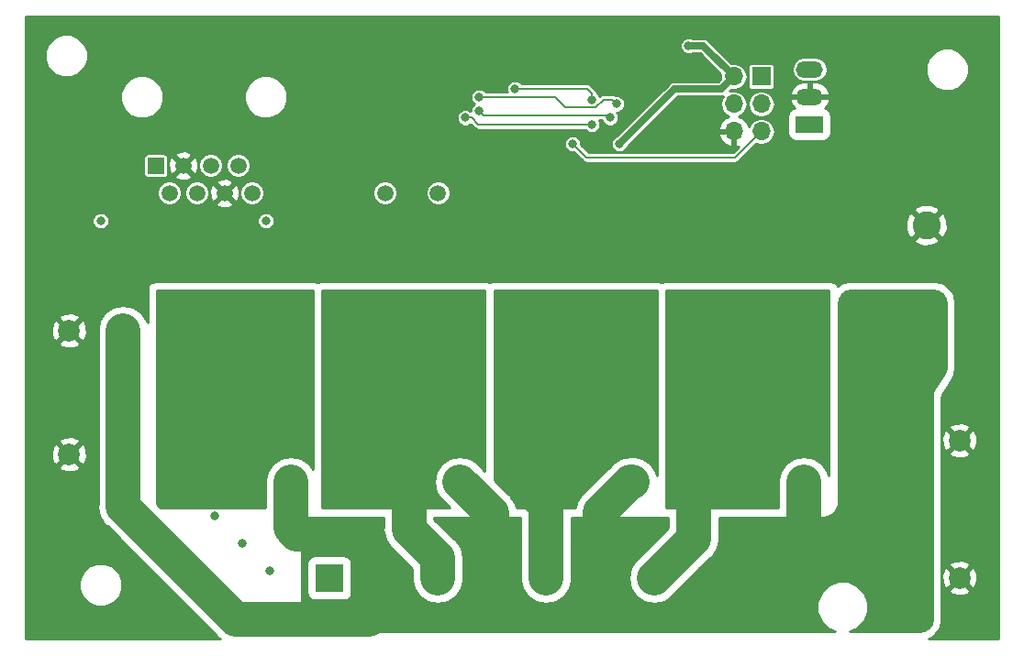
<source format=gbr>
G04 #@! TF.GenerationSoftware,KiCad,Pcbnew,(5.0.0)*
G04 #@! TF.CreationDate,2018-10-13T16:03:10-04:00*
G04 #@! TF.ProjectId,FanBoy,46616E426F792E6B696361645F706362,rev?*
G04 #@! TF.SameCoordinates,Original*
G04 #@! TF.FileFunction,Copper,L2,Bot,Signal*
G04 #@! TF.FilePolarity,Positive*
%FSLAX46Y46*%
G04 Gerber Fmt 4.6, Leading zero omitted, Abs format (unit mm)*
G04 Created by KiCad (PCBNEW (5.0.0)) date 10/13/18 16:03:10*
%MOMM*%
%LPD*%
G01*
G04 APERTURE LIST*
G04 #@! TA.AperFunction,ComponentPad*
%ADD10R,1.700000X1.700000*%
G04 #@! TD*
G04 #@! TA.AperFunction,ComponentPad*
%ADD11O,1.700000X1.700000*%
G04 #@! TD*
G04 #@! TA.AperFunction,ComponentPad*
%ADD12R,2.000000X2.000000*%
G04 #@! TD*
G04 #@! TA.AperFunction,ComponentPad*
%ADD13C,2.000000*%
G04 #@! TD*
G04 #@! TA.AperFunction,ComponentPad*
%ADD14R,1.500000X1.500000*%
G04 #@! TD*
G04 #@! TA.AperFunction,ComponentPad*
%ADD15C,1.500000*%
G04 #@! TD*
G04 #@! TA.AperFunction,ComponentPad*
%ADD16R,2.500000X1.500000*%
G04 #@! TD*
G04 #@! TA.AperFunction,ComponentPad*
%ADD17O,2.500000X1.500000*%
G04 #@! TD*
G04 #@! TA.AperFunction,ComponentPad*
%ADD18R,2.200000X2.200000*%
G04 #@! TD*
G04 #@! TA.AperFunction,ComponentPad*
%ADD19O,2.200000X2.200000*%
G04 #@! TD*
G04 #@! TA.AperFunction,ComponentPad*
%ADD20R,2.600000X2.600000*%
G04 #@! TD*
G04 #@! TA.AperFunction,ComponentPad*
%ADD21C,2.600000*%
G04 #@! TD*
G04 #@! TA.AperFunction,ViaPad*
%ADD22C,0.800000*%
G04 #@! TD*
G04 #@! TA.AperFunction,Conductor*
%ADD23C,3.175000*%
G04 #@! TD*
G04 #@! TA.AperFunction,Conductor*
%ADD24C,0.635000*%
G04 #@! TD*
G04 #@! TA.AperFunction,Conductor*
%ADD25C,0.203200*%
G04 #@! TD*
G04 #@! TA.AperFunction,Conductor*
%ADD26C,0.254000*%
G04 #@! TD*
G04 APERTURE END LIST*
D10*
G04 #@! TO.P,J3,1*
G04 #@! TO.N,/MISO*
X152654000Y-25527000D03*
D11*
G04 #@! TO.P,J3,2*
G04 #@! TO.N,+5V*
X150114000Y-25527000D03*
G04 #@! TO.P,J3,3*
G04 #@! TO.N,/SCK*
X152654000Y-28067000D03*
G04 #@! TO.P,J3,4*
G04 #@! TO.N,/MOSI*
X150114000Y-28067000D03*
G04 #@! TO.P,J3,5*
G04 #@! TO.N,/RESET*
X152654000Y-30607000D03*
G04 #@! TO.P,J3,6*
G04 #@! TO.N,GND*
X150114000Y-30607000D03*
G04 #@! TD*
D12*
G04 #@! TO.P,C11,1*
G04 #@! TO.N,+12V*
X165942000Y-71882000D03*
D13*
G04 #@! TO.P,C11,2*
G04 #@! TO.N,GND*
X170942000Y-71882000D03*
G04 #@! TD*
G04 #@! TO.P,C10,2*
G04 #@! TO.N,GND*
X88773000Y-60452000D03*
D12*
G04 #@! TO.P,C10,1*
G04 #@! TO.N,+12V*
X93773000Y-60452000D03*
G04 #@! TD*
D13*
G04 #@! TO.P,C12,2*
G04 #@! TO.N,GND*
X88773000Y-49022000D03*
D12*
G04 #@! TO.P,C12,1*
G04 #@! TO.N,+12V*
X93773000Y-49022000D03*
G04 #@! TD*
D14*
G04 #@! TO.P,J1,1*
G04 #@! TO.N,Net-(J1-Pad1)*
X96774000Y-33782000D03*
D15*
G04 #@! TO.P,J1,2*
G04 #@! TO.N,Net-(J1-Pad2)*
X98044000Y-36322000D03*
G04 #@! TO.P,J1,3*
G04 #@! TO.N,GND*
X99314000Y-33782000D03*
G04 #@! TO.P,J1,4*
G04 #@! TO.N,N/C*
X100584000Y-36322000D03*
G04 #@! TO.P,J1,5*
X101854000Y-33782000D03*
G04 #@! TO.P,J1,6*
G04 #@! TO.N,GND*
X103124000Y-36322000D03*
G04 #@! TO.P,J1,7*
G04 #@! TO.N,N/C*
X104394000Y-33782000D03*
G04 #@! TO.P,J1,8*
X105664000Y-36322000D03*
G04 #@! TD*
D16*
G04 #@! TO.P,U1,1*
G04 #@! TO.N,+12V*
X157099000Y-29972000D03*
D17*
G04 #@! TO.P,U1,2*
G04 #@! TO.N,GND*
X157099000Y-27432000D03*
G04 #@! TO.P,U1,3*
G04 #@! TO.N,+5V*
X157099000Y-24892000D03*
G04 #@! TD*
D15*
G04 #@! TO.P,Y1,1*
G04 #@! TO.N,Net-(C6-Pad1)*
X122809000Y-36322000D03*
G04 #@! TO.P,Y1,2*
G04 #@! TO.N,Net-(C7-Pad1)*
X117929000Y-36322000D03*
G04 #@! TD*
D18*
G04 #@! TO.P,D1,1*
G04 #@! TO.N,+12V*
X156591000Y-62992000D03*
D19*
G04 #@! TO.P,D1,2*
G04 #@! TO.N,/LOAD1*
X146431000Y-62992000D03*
G04 #@! TD*
G04 #@! TO.P,D2,2*
G04 #@! TO.N,/LOAD2*
X130556000Y-62992000D03*
D18*
G04 #@! TO.P,D2,1*
G04 #@! TO.N,+12V*
X140716000Y-62992000D03*
G04 #@! TD*
G04 #@! TO.P,D3,1*
G04 #@! TO.N,+12V*
X124841000Y-62992000D03*
D19*
G04 #@! TO.P,D3,2*
G04 #@! TO.N,/LOAD3*
X114681000Y-62992000D03*
G04 #@! TD*
G04 #@! TO.P,D4,2*
G04 #@! TO.N,/LOAD4*
X99060000Y-62992000D03*
D18*
G04 #@! TO.P,D4,1*
G04 #@! TO.N,+12V*
X109220000Y-62992000D03*
G04 #@! TD*
D20*
G04 #@! TO.P,J2,1*
G04 #@! TO.N,+12V*
X167894000Y-49276000D03*
D21*
G04 #@! TO.P,J2,2*
G04 #@! TO.N,GND*
X167894000Y-39276000D03*
G04 #@! TD*
D20*
G04 #@! TO.P,J4,1*
G04 #@! TO.N,/LOAD4*
X112776000Y-71882000D03*
D21*
G04 #@! TO.P,J4,2*
G04 #@! TO.N,+12V*
X117776000Y-71882000D03*
G04 #@! TO.P,J4,3*
G04 #@! TO.N,/LOAD3*
X122776000Y-71882000D03*
G04 #@! TO.P,J4,4*
G04 #@! TO.N,+12V*
X127776000Y-71882000D03*
G04 #@! TO.P,J4,5*
G04 #@! TO.N,/LOAD2*
X132776000Y-71882000D03*
G04 #@! TO.P,J4,6*
G04 #@! TO.N,+12V*
X137776000Y-71882000D03*
G04 #@! TO.P,J4,7*
G04 #@! TO.N,/LOAD1*
X142776000Y-71882000D03*
G04 #@! TO.P,J4,8*
G04 #@! TO.N,+12V*
X147776000Y-71882000D03*
G04 #@! TD*
D12*
G04 #@! TO.P,C13,1*
G04 #@! TO.N,+12V*
X165942000Y-59182000D03*
D13*
G04 #@! TO.P,C13,2*
G04 #@! TO.N,GND*
X170942000Y-59182000D03*
G04 #@! TD*
D22*
G04 #@! TO.N,*
X91694000Y-38862000D03*
X106934000Y-38862000D03*
G04 #@! TO.N,+12V*
X109220000Y-65278000D03*
X109771000Y-67818000D03*
X113030000Y-67818000D03*
X161544000Y-46482000D03*
X161544000Y-61722000D03*
X157734000Y-68072000D03*
X152654000Y-68072000D03*
X166624000Y-46482000D03*
X166624000Y-51562000D03*
X166624000Y-56642000D03*
X166624000Y-61722000D03*
X166624000Y-66802000D03*
X166624000Y-69342000D03*
X164084000Y-64262000D03*
X152654000Y-73152000D03*
X155194000Y-75692000D03*
X155194000Y-70612000D03*
X160274000Y-70612000D03*
X157480000Y-72517000D03*
X165354000Y-75692000D03*
X150114000Y-75692000D03*
X145034000Y-75692000D03*
X139954000Y-75692000D03*
X134874000Y-75692000D03*
X129794000Y-75692000D03*
X124714000Y-75692000D03*
X142494000Y-68072000D03*
X119634000Y-75692000D03*
X114554000Y-75692010D03*
X109474000Y-75692000D03*
X104203010Y-75692010D03*
X100393000Y-71882000D03*
X96583000Y-68072000D03*
X93773000Y-64262000D03*
X93773000Y-56642000D03*
X93773000Y-52832000D03*
X161544000Y-51562000D03*
X164084000Y-49022000D03*
X164084000Y-54102000D03*
X161544000Y-56642000D03*
X162814000Y-68072000D03*
X137776000Y-68072000D03*
X129794000Y-68072000D03*
X127776000Y-65927000D03*
X138811000Y-64897000D03*
X160909000Y-65532000D03*
G04 #@! TO.N,GND*
X143129000Y-25527000D03*
X137541000Y-31496000D03*
X140335000Y-35560000D03*
X136017000Y-35814000D03*
X143637000Y-35560000D03*
X132969000Y-25146000D03*
X99314000Y-76962000D03*
X94234000Y-76962000D03*
X89154000Y-76962000D03*
X86614000Y-74422000D03*
X86614000Y-69342000D03*
X86614000Y-64262000D03*
X86614000Y-59182000D03*
X86614000Y-54102000D03*
X86614000Y-49022000D03*
X86614000Y-43942000D03*
X86614000Y-38862000D03*
X86614000Y-33782000D03*
X86614000Y-28702000D03*
X165354000Y-41402000D03*
X160274000Y-41402000D03*
X155194000Y-41402000D03*
X150114000Y-41402000D03*
X145034000Y-41402000D03*
X139954000Y-41402000D03*
X134874000Y-41402000D03*
X129794000Y-41402000D03*
X124714000Y-41402000D03*
X119634000Y-41402000D03*
X114554000Y-41402000D03*
X109474000Y-41402000D03*
X104394000Y-41402000D03*
X99314000Y-41402000D03*
X94234000Y-41402000D03*
X89154000Y-41402000D03*
X96774000Y-38862000D03*
X101854000Y-38862000D03*
X115189000Y-38862000D03*
X120269000Y-38862000D03*
X142494000Y-43942000D03*
X157734000Y-43942000D03*
X162814000Y-43942000D03*
X167894000Y-43942000D03*
X162814000Y-38862000D03*
X157734000Y-38862000D03*
X152654000Y-38862000D03*
X147574000Y-38862000D03*
X142748000Y-39370000D03*
X127254000Y-43942000D03*
X132334000Y-43942000D03*
X147574000Y-43942000D03*
X91694000Y-43942000D03*
X96774000Y-43942000D03*
X101860000Y-43942000D03*
X112014000Y-43942000D03*
X117608000Y-43942000D03*
X125349000Y-33782000D03*
X120269000Y-26162000D03*
X94869000Y-21717000D03*
X106299000Y-21082000D03*
X129159000Y-21082000D03*
X161544000Y-21082000D03*
X172974000Y-31877000D03*
X160909000Y-33782000D03*
X101219000Y-28067000D03*
X116586000Y-22352000D03*
X132334000Y-39624000D03*
X127508000Y-39370000D03*
X136906000Y-39116000D03*
X117602000Y-40132000D03*
X111252000Y-39116000D03*
X94742000Y-45974000D03*
X89154000Y-46482000D03*
X90424000Y-51816000D03*
X90424000Y-56642000D03*
X90170000Y-66548000D03*
X96774000Y-73152000D03*
X93726000Y-70104000D03*
X89662000Y-69596000D03*
X170688000Y-76200000D03*
X173482000Y-76200000D03*
X173482000Y-71882000D03*
X173482000Y-67310000D03*
X173482000Y-62992000D03*
X173482000Y-58674000D03*
X170942000Y-64262000D03*
X170688000Y-68580000D03*
X127889000Y-36322000D03*
G04 #@! TO.N,+5V*
X139573000Y-31750000D03*
X145943290Y-22712710D03*
G04 #@! TO.N,/LOAD1*
X146304000Y-46482000D03*
X146304000Y-49022000D03*
X146304000Y-51562000D03*
X146304000Y-54102000D03*
X146304000Y-56642000D03*
X148844000Y-56642000D03*
X151384000Y-56642000D03*
X153924000Y-56642000D03*
X156464000Y-56642000D03*
X156464000Y-54102000D03*
X156464000Y-51562000D03*
X156464000Y-49022000D03*
X156464000Y-46482000D03*
X146304000Y-59182000D03*
X148844000Y-59182000D03*
X151384000Y-59182000D03*
X153924000Y-59182000D03*
X156464000Y-59182000D03*
X146431000Y-65532000D03*
X145669000Y-69342000D03*
G04 #@! TO.N,/LOAD2*
X131064000Y-56642000D03*
X133604000Y-56642000D03*
X136144000Y-56642000D03*
X138684000Y-56642000D03*
X141224000Y-56642000D03*
X141224000Y-54102000D03*
X141224000Y-51562000D03*
X141224000Y-49022000D03*
X141224000Y-46482000D03*
X131064000Y-54102000D03*
X131064000Y-51562000D03*
X131064000Y-49022000D03*
X131064000Y-46482000D03*
X131064000Y-59182000D03*
X133604000Y-59182000D03*
X136144000Y-59182000D03*
X138684000Y-59182000D03*
X141224000Y-59182000D03*
X132776000Y-65212000D03*
X132776000Y-68072000D03*
G04 #@! TO.N,/LOAD3*
X124714000Y-56642000D03*
X124714000Y-54102000D03*
X124714000Y-51562000D03*
X124714000Y-49022000D03*
X124714000Y-46482000D03*
X122174000Y-56642000D03*
X119634000Y-56642000D03*
X117094000Y-56642000D03*
X114554000Y-56642000D03*
X114554000Y-54102000D03*
X114554000Y-51562000D03*
X114554000Y-49022000D03*
X114554000Y-46482000D03*
X114554000Y-59182000D03*
X117094000Y-59182000D03*
X119634000Y-59182000D03*
X122174000Y-59182000D03*
X124714000Y-59182000D03*
X119888000Y-64262000D03*
X120904000Y-68072000D03*
G04 #@! TO.N,/LOAD4*
X99314000Y-56642000D03*
X101854000Y-56642000D03*
X104394000Y-56642000D03*
X106934000Y-56642000D03*
X109474000Y-56642000D03*
X109474000Y-54102000D03*
X109474000Y-51562000D03*
X109474000Y-49022000D03*
X109474000Y-46482000D03*
X99314000Y-46482000D03*
X99314000Y-49022000D03*
X99314000Y-51562000D03*
X99314000Y-54102000D03*
X99314000Y-59182000D03*
X101854000Y-59182000D03*
X104394000Y-59182000D03*
X106934000Y-59182000D03*
X109474000Y-59182000D03*
X102235000Y-66167000D03*
X104775000Y-68707000D03*
X107315000Y-71247000D03*
G04 #@! TO.N,/MISO*
X139319000Y-28067000D03*
X126619000Y-27432000D03*
G04 #@! TO.N,/SCK*
X137033000Y-29972000D03*
X125349000Y-29337000D03*
G04 #@! TO.N,/MOSI*
X138684000Y-29337000D03*
X126619000Y-28702000D03*
G04 #@! TO.N,/RESET*
X135255000Y-31750000D03*
G04 #@! TO.N,/D10*
X137033000Y-27686000D03*
X129921000Y-26670000D03*
G04 #@! TD*
D23*
G04 #@! TO.N,+12V*
X156591000Y-67267000D02*
X156464000Y-67394000D01*
X156591000Y-62992000D02*
X156591000Y-67267000D01*
X140716000Y-62992000D02*
X140589000Y-62992000D01*
X137776000Y-65805000D02*
X137776000Y-71882000D01*
X140589000Y-62992000D02*
X137776000Y-65805000D01*
X109220000Y-67267000D02*
X109771000Y-67818000D01*
X109220000Y-62992000D02*
X109220000Y-67267000D01*
X109771000Y-67818000D02*
X114554000Y-67818000D01*
X127776000Y-65927000D02*
X127776000Y-65927000D01*
X124841000Y-62992000D02*
X127776000Y-65927000D01*
X93773000Y-49022000D02*
X93773000Y-60452000D01*
X93773000Y-65262000D02*
X104203010Y-75692010D01*
X93773000Y-60452000D02*
X93773000Y-65262000D01*
X104203010Y-75692010D02*
X112014000Y-75692010D01*
X112014000Y-75692010D02*
X116458990Y-75692010D01*
X127776000Y-65927000D02*
X127776000Y-71882000D01*
D24*
G04 #@! TO.N,+5V*
X139573000Y-31750000D02*
X144653000Y-26670000D01*
X148971000Y-26670000D02*
X150114000Y-25527000D01*
X147299710Y-22712710D02*
X150114000Y-25527000D01*
X145943290Y-22712710D02*
X147299710Y-22712710D01*
X148971000Y-26670000D02*
X144653000Y-26670000D01*
D23*
G04 #@! TO.N,/LOAD1*
X146431000Y-68227000D02*
X142776000Y-71882000D01*
X146431000Y-62992000D02*
X146431000Y-68227000D01*
G04 #@! TO.N,/LOAD2*
X132776000Y-65212000D02*
X132776000Y-71882000D01*
X130556000Y-62992000D02*
X132776000Y-65212000D01*
G04 #@! TO.N,/LOAD3*
X122776000Y-70043523D02*
X120142000Y-67409523D01*
X122776000Y-71882000D02*
X122776000Y-70043523D01*
X120142000Y-67409523D02*
X120142000Y-64262000D01*
D25*
G04 #@! TO.N,/MISO*
X133604000Y-27432000D02*
X126619000Y-27432000D01*
X134562801Y-28390801D02*
X133604000Y-27432000D01*
X137371305Y-28390801D02*
X134562801Y-28390801D01*
X138095105Y-27667001D02*
X137371305Y-28390801D01*
X138919001Y-27667001D02*
X138095105Y-27667001D01*
X139319000Y-28067000D02*
X138919001Y-27667001D01*
G04 #@! TO.N,/SCK*
X136467315Y-29972000D02*
X137033000Y-29972000D01*
X126549685Y-29972000D02*
X136467315Y-29972000D01*
X125349000Y-29337000D02*
X125914685Y-29337000D01*
X125914685Y-29337000D02*
X126549685Y-29972000D01*
G04 #@! TO.N,/MOSI*
X138448999Y-29101999D02*
X138684000Y-29337000D01*
X126619000Y-28702000D02*
X127018999Y-29101999D01*
X127018999Y-29101999D02*
X138448999Y-29101999D01*
G04 #@! TO.N,/RESET*
X136525000Y-33020000D02*
X135255000Y-31750000D01*
X152654000Y-30607000D02*
X150241000Y-33020000D01*
X150241000Y-33020000D02*
X136525000Y-33020000D01*
G04 #@! TO.N,/D10*
X136525000Y-26670000D02*
X129921000Y-26670000D01*
X129921000Y-26670000D02*
X129921000Y-26670000D01*
X136582685Y-26670000D02*
X136525000Y-26670000D01*
X137033000Y-27686000D02*
X137033000Y-27120315D01*
X137033000Y-27120315D02*
X136582685Y-26670000D01*
G04 #@! TD*
D26*
G04 #@! TO.N,GND*
G36*
X174550001Y-77522000D02*
X168112600Y-77522000D01*
X168168352Y-77498907D01*
X168580370Y-77223606D01*
X168790606Y-77013370D01*
X169065907Y-76601352D01*
X169179685Y-76326667D01*
X169276358Y-75840659D01*
X169291000Y-75692000D01*
X169291000Y-73034532D01*
X169969073Y-73034532D01*
X170067736Y-73301387D01*
X170677461Y-73527908D01*
X171327460Y-73503856D01*
X171816264Y-73301387D01*
X171914927Y-73034532D01*
X170942000Y-72061605D01*
X169969073Y-73034532D01*
X169291000Y-73034532D01*
X169291000Y-71617461D01*
X169296092Y-71617461D01*
X169320144Y-72267460D01*
X169522613Y-72756264D01*
X169789468Y-72854927D01*
X170762395Y-71882000D01*
X171121605Y-71882000D01*
X172094532Y-72854927D01*
X172361387Y-72756264D01*
X172587908Y-72146539D01*
X172563856Y-71496540D01*
X172361387Y-71007736D01*
X172094532Y-70909073D01*
X171121605Y-71882000D01*
X170762395Y-71882000D01*
X169789468Y-70909073D01*
X169522613Y-71007736D01*
X169296092Y-71617461D01*
X169291000Y-71617461D01*
X169291000Y-70729468D01*
X169969073Y-70729468D01*
X170942000Y-71702395D01*
X171914927Y-70729468D01*
X171816264Y-70462613D01*
X171206539Y-70236092D01*
X170556540Y-70260144D01*
X170067736Y-70462613D01*
X169969073Y-70729468D01*
X169291000Y-70729468D01*
X169291000Y-60334532D01*
X169969073Y-60334532D01*
X170067736Y-60601387D01*
X170677461Y-60827908D01*
X171327460Y-60803856D01*
X171816264Y-60601387D01*
X171914927Y-60334532D01*
X170942000Y-59361605D01*
X169969073Y-60334532D01*
X169291000Y-60334532D01*
X169291000Y-58917461D01*
X169296092Y-58917461D01*
X169320144Y-59567460D01*
X169522613Y-60056264D01*
X169789468Y-60154927D01*
X170762395Y-59182000D01*
X171121605Y-59182000D01*
X172094532Y-60154927D01*
X172361387Y-60056264D01*
X172587908Y-59446539D01*
X172563856Y-58796540D01*
X172361387Y-58307736D01*
X172094532Y-58209073D01*
X171121605Y-59182000D01*
X170762395Y-59182000D01*
X169789468Y-58209073D01*
X169522613Y-58307736D01*
X169296092Y-58917461D01*
X169291000Y-58917461D01*
X169291000Y-58029468D01*
X169969073Y-58029468D01*
X170942000Y-59002395D01*
X171914927Y-58029468D01*
X171816264Y-57762613D01*
X171206539Y-57536092D01*
X170556540Y-57560144D01*
X170067736Y-57762613D01*
X169969073Y-58029468D01*
X169291000Y-58029468D01*
X169291000Y-55177635D01*
X169320749Y-54976721D01*
X169407442Y-54793052D01*
X170219726Y-53574626D01*
X170274799Y-53477201D01*
X170433602Y-53140758D01*
X170498289Y-52927112D01*
X170552782Y-52559086D01*
X170561000Y-52447475D01*
X170561000Y-46482000D01*
X170546358Y-46333341D01*
X170449685Y-45847333D01*
X170335907Y-45572648D01*
X170060606Y-45160630D01*
X169850370Y-44950394D01*
X169438352Y-44675093D01*
X169163667Y-44561315D01*
X168677659Y-44464642D01*
X168529000Y-44450000D01*
X160909000Y-44450000D01*
X160760341Y-44464642D01*
X160274333Y-44561315D01*
X159999648Y-44675093D01*
X159684702Y-44885533D01*
X159542815Y-44673185D01*
X159295605Y-44508004D01*
X159004000Y-44450000D01*
X143764000Y-44450000D01*
X143472395Y-44508004D01*
X143446500Y-44525307D01*
X143420605Y-44508004D01*
X143129000Y-44450000D01*
X127889000Y-44450000D01*
X127597395Y-44508004D01*
X127571500Y-44525307D01*
X127545605Y-44508004D01*
X127254000Y-44450000D01*
X112014000Y-44450000D01*
X111722395Y-44508004D01*
X111696500Y-44525307D01*
X111670605Y-44508004D01*
X111379000Y-44450000D01*
X96774000Y-44450000D01*
X96482395Y-44508004D01*
X96235185Y-44673185D01*
X96070004Y-44920395D01*
X96012000Y-45212000D01*
X96012000Y-48235077D01*
X95986180Y-48105271D01*
X95466895Y-47328105D01*
X94689728Y-46808820D01*
X93773000Y-46626471D01*
X92856271Y-46808820D01*
X92079105Y-47328105D01*
X91559820Y-48105272D01*
X91423500Y-48790598D01*
X91423501Y-60220593D01*
X91423500Y-60220598D01*
X91423501Y-65030594D01*
X91377471Y-65262000D01*
X91559821Y-66178729D01*
X91904114Y-66694000D01*
X92079106Y-66955895D01*
X92275280Y-67086974D01*
X102378036Y-77189731D01*
X102509115Y-77385905D01*
X102705289Y-77516984D01*
X102712796Y-77522000D01*
X84784000Y-77522000D01*
X84784000Y-72122955D01*
X89713000Y-72122955D01*
X89713000Y-72911045D01*
X90014589Y-73639146D01*
X90571854Y-74196411D01*
X91299955Y-74498000D01*
X92088045Y-74498000D01*
X92816146Y-74196411D01*
X93373411Y-73639146D01*
X93675000Y-72911045D01*
X93675000Y-72122955D01*
X93373411Y-71394854D01*
X92816146Y-70837589D01*
X92088045Y-70536000D01*
X91299955Y-70536000D01*
X90571854Y-70837589D01*
X90014589Y-71394854D01*
X89713000Y-72122955D01*
X84784000Y-72122955D01*
X84784000Y-61604532D01*
X87800073Y-61604532D01*
X87898736Y-61871387D01*
X88508461Y-62097908D01*
X89158460Y-62073856D01*
X89647264Y-61871387D01*
X89745927Y-61604532D01*
X88773000Y-60631605D01*
X87800073Y-61604532D01*
X84784000Y-61604532D01*
X84784000Y-60187461D01*
X87127092Y-60187461D01*
X87151144Y-60837460D01*
X87353613Y-61326264D01*
X87620468Y-61424927D01*
X88593395Y-60452000D01*
X88952605Y-60452000D01*
X89925532Y-61424927D01*
X90192387Y-61326264D01*
X90418908Y-60716539D01*
X90394856Y-60066540D01*
X90192387Y-59577736D01*
X89925532Y-59479073D01*
X88952605Y-60452000D01*
X88593395Y-60452000D01*
X87620468Y-59479073D01*
X87353613Y-59577736D01*
X87127092Y-60187461D01*
X84784000Y-60187461D01*
X84784000Y-59299468D01*
X87800073Y-59299468D01*
X88773000Y-60272395D01*
X89745927Y-59299468D01*
X89647264Y-59032613D01*
X89037539Y-58806092D01*
X88387540Y-58830144D01*
X87898736Y-59032613D01*
X87800073Y-59299468D01*
X84784000Y-59299468D01*
X84784000Y-50174532D01*
X87800073Y-50174532D01*
X87898736Y-50441387D01*
X88508461Y-50667908D01*
X89158460Y-50643856D01*
X89647264Y-50441387D01*
X89745927Y-50174532D01*
X88773000Y-49201605D01*
X87800073Y-50174532D01*
X84784000Y-50174532D01*
X84784000Y-48757461D01*
X87127092Y-48757461D01*
X87151144Y-49407460D01*
X87353613Y-49896264D01*
X87620468Y-49994927D01*
X88593395Y-49022000D01*
X88952605Y-49022000D01*
X89925532Y-49994927D01*
X90192387Y-49896264D01*
X90418908Y-49286539D01*
X90394856Y-48636540D01*
X90192387Y-48147736D01*
X89925532Y-48049073D01*
X88952605Y-49022000D01*
X88593395Y-49022000D01*
X87620468Y-48049073D01*
X87353613Y-48147736D01*
X87127092Y-48757461D01*
X84784000Y-48757461D01*
X84784000Y-47869468D01*
X87800073Y-47869468D01*
X88773000Y-48842395D01*
X89745927Y-47869468D01*
X89647264Y-47602613D01*
X89037539Y-47376092D01*
X88387540Y-47400144D01*
X87898736Y-47602613D01*
X87800073Y-47869468D01*
X84784000Y-47869468D01*
X84784000Y-40645459D01*
X166704146Y-40645459D01*
X166839504Y-40943455D01*
X167557880Y-41220066D01*
X168327427Y-41200710D01*
X168948496Y-40943455D01*
X169083854Y-40645459D01*
X167894000Y-39455605D01*
X166704146Y-40645459D01*
X84784000Y-40645459D01*
X84784000Y-38706649D01*
X90913000Y-38706649D01*
X90913000Y-39017351D01*
X91031900Y-39304401D01*
X91251599Y-39524100D01*
X91538649Y-39643000D01*
X91849351Y-39643000D01*
X92136401Y-39524100D01*
X92356100Y-39304401D01*
X92475000Y-39017351D01*
X92475000Y-38706649D01*
X106153000Y-38706649D01*
X106153000Y-39017351D01*
X106271900Y-39304401D01*
X106491599Y-39524100D01*
X106778649Y-39643000D01*
X107089351Y-39643000D01*
X107376401Y-39524100D01*
X107596100Y-39304401D01*
X107715000Y-39017351D01*
X107715000Y-38939880D01*
X165949934Y-38939880D01*
X165969290Y-39709427D01*
X166226545Y-40330496D01*
X166524541Y-40465854D01*
X167714395Y-39276000D01*
X168073605Y-39276000D01*
X169263459Y-40465854D01*
X169561455Y-40330496D01*
X169838066Y-39612120D01*
X169818710Y-38842573D01*
X169561455Y-38221504D01*
X169263459Y-38086146D01*
X168073605Y-39276000D01*
X167714395Y-39276000D01*
X166524541Y-38086146D01*
X166226545Y-38221504D01*
X165949934Y-38939880D01*
X107715000Y-38939880D01*
X107715000Y-38706649D01*
X107596100Y-38419599D01*
X107376401Y-38199900D01*
X107089351Y-38081000D01*
X106778649Y-38081000D01*
X106491599Y-38199900D01*
X106271900Y-38419599D01*
X106153000Y-38706649D01*
X92475000Y-38706649D01*
X92356100Y-38419599D01*
X92136401Y-38199900D01*
X91849351Y-38081000D01*
X91538649Y-38081000D01*
X91251599Y-38199900D01*
X91031900Y-38419599D01*
X90913000Y-38706649D01*
X84784000Y-38706649D01*
X84784000Y-37906541D01*
X166704146Y-37906541D01*
X167894000Y-39096395D01*
X169083854Y-37906541D01*
X168948496Y-37608545D01*
X168230120Y-37331934D01*
X167460573Y-37351290D01*
X166839504Y-37608545D01*
X166704146Y-37906541D01*
X84784000Y-37906541D01*
X84784000Y-36097030D01*
X96913000Y-36097030D01*
X96913000Y-36546970D01*
X97085184Y-36962660D01*
X97403340Y-37280816D01*
X97819030Y-37453000D01*
X98268970Y-37453000D01*
X98684660Y-37280816D01*
X99002816Y-36962660D01*
X99175000Y-36546970D01*
X99175000Y-36097030D01*
X99453000Y-36097030D01*
X99453000Y-36546970D01*
X99625184Y-36962660D01*
X99943340Y-37280816D01*
X100359030Y-37453000D01*
X100808970Y-37453000D01*
X101193996Y-37293517D01*
X102332088Y-37293517D01*
X102400077Y-37534460D01*
X102919171Y-37719201D01*
X103469448Y-37691230D01*
X103847923Y-37534460D01*
X103915912Y-37293517D01*
X103124000Y-36501605D01*
X102332088Y-37293517D01*
X101193996Y-37293517D01*
X101224660Y-37280816D01*
X101542816Y-36962660D01*
X101715000Y-36546970D01*
X101715000Y-36117171D01*
X101726799Y-36117171D01*
X101754770Y-36667448D01*
X101911540Y-37045923D01*
X102152483Y-37113912D01*
X102944395Y-36322000D01*
X103303605Y-36322000D01*
X104095517Y-37113912D01*
X104336460Y-37045923D01*
X104521201Y-36526829D01*
X104499354Y-36097030D01*
X104533000Y-36097030D01*
X104533000Y-36546970D01*
X104705184Y-36962660D01*
X105023340Y-37280816D01*
X105439030Y-37453000D01*
X105888970Y-37453000D01*
X106304660Y-37280816D01*
X106622816Y-36962660D01*
X106795000Y-36546970D01*
X106795000Y-36097030D01*
X116798000Y-36097030D01*
X116798000Y-36546970D01*
X116970184Y-36962660D01*
X117288340Y-37280816D01*
X117704030Y-37453000D01*
X118153970Y-37453000D01*
X118569660Y-37280816D01*
X118887816Y-36962660D01*
X119060000Y-36546970D01*
X119060000Y-36097030D01*
X121678000Y-36097030D01*
X121678000Y-36546970D01*
X121850184Y-36962660D01*
X122168340Y-37280816D01*
X122584030Y-37453000D01*
X123033970Y-37453000D01*
X123449660Y-37280816D01*
X123767816Y-36962660D01*
X123940000Y-36546970D01*
X123940000Y-36097030D01*
X123767816Y-35681340D01*
X123449660Y-35363184D01*
X123033970Y-35191000D01*
X122584030Y-35191000D01*
X122168340Y-35363184D01*
X121850184Y-35681340D01*
X121678000Y-36097030D01*
X119060000Y-36097030D01*
X118887816Y-35681340D01*
X118569660Y-35363184D01*
X118153970Y-35191000D01*
X117704030Y-35191000D01*
X117288340Y-35363184D01*
X116970184Y-35681340D01*
X116798000Y-36097030D01*
X106795000Y-36097030D01*
X106622816Y-35681340D01*
X106304660Y-35363184D01*
X105888970Y-35191000D01*
X105439030Y-35191000D01*
X105023340Y-35363184D01*
X104705184Y-35681340D01*
X104533000Y-36097030D01*
X104499354Y-36097030D01*
X104493230Y-35976552D01*
X104336460Y-35598077D01*
X104095517Y-35530088D01*
X103303605Y-36322000D01*
X102944395Y-36322000D01*
X102152483Y-35530088D01*
X101911540Y-35598077D01*
X101726799Y-36117171D01*
X101715000Y-36117171D01*
X101715000Y-36097030D01*
X101542816Y-35681340D01*
X101224660Y-35363184D01*
X101193997Y-35350483D01*
X102332088Y-35350483D01*
X103124000Y-36142395D01*
X103915912Y-35350483D01*
X103847923Y-35109540D01*
X103328829Y-34924799D01*
X102778552Y-34952770D01*
X102400077Y-35109540D01*
X102332088Y-35350483D01*
X101193997Y-35350483D01*
X100808970Y-35191000D01*
X100359030Y-35191000D01*
X99943340Y-35363184D01*
X99625184Y-35681340D01*
X99453000Y-36097030D01*
X99175000Y-36097030D01*
X99002816Y-35681340D01*
X98684660Y-35363184D01*
X98268970Y-35191000D01*
X97819030Y-35191000D01*
X97403340Y-35363184D01*
X97085184Y-35681340D01*
X96913000Y-36097030D01*
X84784000Y-36097030D01*
X84784000Y-33032000D01*
X95635536Y-33032000D01*
X95635536Y-34532000D01*
X95665106Y-34680659D01*
X95749314Y-34806686D01*
X95875341Y-34890894D01*
X96024000Y-34920464D01*
X97524000Y-34920464D01*
X97672659Y-34890894D01*
X97798686Y-34806686D01*
X97834212Y-34753517D01*
X98522088Y-34753517D01*
X98590077Y-34994460D01*
X99109171Y-35179201D01*
X99659448Y-35151230D01*
X100037923Y-34994460D01*
X100105912Y-34753517D01*
X99314000Y-33961605D01*
X98522088Y-34753517D01*
X97834212Y-34753517D01*
X97882894Y-34680659D01*
X97912464Y-34532000D01*
X97912464Y-33577171D01*
X97916799Y-33577171D01*
X97944770Y-34127448D01*
X98101540Y-34505923D01*
X98342483Y-34573912D01*
X99134395Y-33782000D01*
X99493605Y-33782000D01*
X100285517Y-34573912D01*
X100526460Y-34505923D01*
X100711201Y-33986829D01*
X100689354Y-33557030D01*
X100723000Y-33557030D01*
X100723000Y-34006970D01*
X100895184Y-34422660D01*
X101213340Y-34740816D01*
X101629030Y-34913000D01*
X102078970Y-34913000D01*
X102494660Y-34740816D01*
X102812816Y-34422660D01*
X102985000Y-34006970D01*
X102985000Y-33557030D01*
X103263000Y-33557030D01*
X103263000Y-34006970D01*
X103435184Y-34422660D01*
X103753340Y-34740816D01*
X104169030Y-34913000D01*
X104618970Y-34913000D01*
X105034660Y-34740816D01*
X105352816Y-34422660D01*
X105525000Y-34006970D01*
X105525000Y-33557030D01*
X105352816Y-33141340D01*
X105034660Y-32823184D01*
X104618970Y-32651000D01*
X104169030Y-32651000D01*
X103753340Y-32823184D01*
X103435184Y-33141340D01*
X103263000Y-33557030D01*
X102985000Y-33557030D01*
X102812816Y-33141340D01*
X102494660Y-32823184D01*
X102078970Y-32651000D01*
X101629030Y-32651000D01*
X101213340Y-32823184D01*
X100895184Y-33141340D01*
X100723000Y-33557030D01*
X100689354Y-33557030D01*
X100683230Y-33436552D01*
X100526460Y-33058077D01*
X100285517Y-32990088D01*
X99493605Y-33782000D01*
X99134395Y-33782000D01*
X98342483Y-32990088D01*
X98101540Y-33058077D01*
X97916799Y-33577171D01*
X97912464Y-33577171D01*
X97912464Y-33032000D01*
X97882894Y-32883341D01*
X97834213Y-32810483D01*
X98522088Y-32810483D01*
X99314000Y-33602395D01*
X100105912Y-32810483D01*
X100037923Y-32569540D01*
X99518829Y-32384799D01*
X98968552Y-32412770D01*
X98590077Y-32569540D01*
X98522088Y-32810483D01*
X97834213Y-32810483D01*
X97798686Y-32757314D01*
X97672659Y-32673106D01*
X97524000Y-32643536D01*
X96024000Y-32643536D01*
X95875341Y-32673106D01*
X95749314Y-32757314D01*
X95665106Y-32883341D01*
X95635536Y-33032000D01*
X84784000Y-33032000D01*
X84784000Y-31594649D01*
X134474000Y-31594649D01*
X134474000Y-31905351D01*
X134592900Y-32192401D01*
X134812599Y-32412100D01*
X135099649Y-32531000D01*
X135353502Y-32531000D01*
X136150140Y-33327639D01*
X136177065Y-33367935D01*
X136336699Y-33474599D01*
X136477471Y-33502600D01*
X136524999Y-33512054D01*
X136572527Y-33502600D01*
X150193472Y-33502600D01*
X150241000Y-33512054D01*
X150288528Y-33502600D01*
X150288529Y-33502600D01*
X150429301Y-33474599D01*
X150588935Y-33367935D01*
X150615862Y-33327636D01*
X152176386Y-31767113D01*
X152532761Y-31838000D01*
X152775239Y-31838000D01*
X153134312Y-31766576D01*
X153541501Y-31494501D01*
X153813576Y-31087312D01*
X153909116Y-30607000D01*
X153813576Y-30126688D01*
X153541501Y-29719499D01*
X153134312Y-29447424D01*
X152775239Y-29376000D01*
X152532761Y-29376000D01*
X152173688Y-29447424D01*
X151766499Y-29719499D01*
X151500555Y-30117512D01*
X151385645Y-29840076D01*
X150995358Y-29411817D01*
X150597037Y-29224755D01*
X151001501Y-28954501D01*
X151273576Y-28547312D01*
X151369116Y-28067000D01*
X151398884Y-28067000D01*
X151494424Y-28547312D01*
X151766499Y-28954501D01*
X152173688Y-29226576D01*
X152532761Y-29298000D01*
X152775239Y-29298000D01*
X153134312Y-29226576D01*
X153141160Y-29222000D01*
X155072072Y-29222000D01*
X155072072Y-30722000D01*
X155131212Y-31019317D01*
X155299629Y-31271371D01*
X155551683Y-31439788D01*
X155849000Y-31498928D01*
X158349000Y-31498928D01*
X158646317Y-31439788D01*
X158898371Y-31271371D01*
X159066788Y-31019317D01*
X159125928Y-30722000D01*
X159125928Y-29222000D01*
X159066788Y-28924683D01*
X158898371Y-28672629D01*
X158646317Y-28504212D01*
X158482686Y-28471664D01*
X158668145Y-28321540D01*
X158927173Y-27844684D01*
X158941318Y-27773185D01*
X158818656Y-27559000D01*
X157226000Y-27559000D01*
X157226000Y-27579000D01*
X156972000Y-27579000D01*
X156972000Y-27559000D01*
X155379344Y-27559000D01*
X155256682Y-27773185D01*
X155270827Y-27844684D01*
X155529855Y-28321540D01*
X155715314Y-28471664D01*
X155551683Y-28504212D01*
X155299629Y-28672629D01*
X155131212Y-28924683D01*
X155072072Y-29222000D01*
X153141160Y-29222000D01*
X153541501Y-28954501D01*
X153813576Y-28547312D01*
X153909116Y-28067000D01*
X153813576Y-27586688D01*
X153541501Y-27179499D01*
X153408777Y-27090815D01*
X155256682Y-27090815D01*
X155379344Y-27305000D01*
X156972000Y-27305000D01*
X156972000Y-26047000D01*
X157226000Y-26047000D01*
X157226000Y-27305000D01*
X158818656Y-27305000D01*
X158941318Y-27090815D01*
X158927173Y-27019316D01*
X158668145Y-26542460D01*
X158246349Y-26201028D01*
X157726000Y-26047000D01*
X157226000Y-26047000D01*
X156972000Y-26047000D01*
X156472000Y-26047000D01*
X155951651Y-26201028D01*
X155529855Y-26542460D01*
X155270827Y-27019316D01*
X155256682Y-27090815D01*
X153408777Y-27090815D01*
X153134312Y-26907424D01*
X152775239Y-26836000D01*
X152532761Y-26836000D01*
X152173688Y-26907424D01*
X151766499Y-27179499D01*
X151494424Y-27586688D01*
X151398884Y-28067000D01*
X151369116Y-28067000D01*
X151273576Y-27586688D01*
X151001501Y-27179499D01*
X150594312Y-26907424D01*
X150235239Y-26836000D01*
X149992761Y-26836000D01*
X149743183Y-26885644D01*
X149891057Y-26737770D01*
X149992761Y-26758000D01*
X150235239Y-26758000D01*
X150594312Y-26686576D01*
X151001501Y-26414501D01*
X151273576Y-26007312D01*
X151369116Y-25527000D01*
X151273576Y-25046688D01*
X151026559Y-24677000D01*
X151415536Y-24677000D01*
X151415536Y-26377000D01*
X151445106Y-26525659D01*
X151529314Y-26651686D01*
X151655341Y-26735894D01*
X151804000Y-26765464D01*
X153504000Y-26765464D01*
X153652659Y-26735894D01*
X153778686Y-26651686D01*
X153862894Y-26525659D01*
X153892464Y-26377000D01*
X153892464Y-24892000D01*
X155445843Y-24892000D01*
X155533622Y-25333294D01*
X155783595Y-25707405D01*
X156157706Y-25957378D01*
X156487609Y-26023000D01*
X157710391Y-26023000D01*
X158040294Y-25957378D01*
X158414405Y-25707405D01*
X158664378Y-25333294D01*
X158752157Y-24892000D01*
X158673777Y-24497955D01*
X167818000Y-24497955D01*
X167818000Y-25286045D01*
X168119589Y-26014146D01*
X168676854Y-26571411D01*
X169404955Y-26873000D01*
X170193045Y-26873000D01*
X170921146Y-26571411D01*
X171478411Y-26014146D01*
X171780000Y-25286045D01*
X171780000Y-24497955D01*
X171478411Y-23769854D01*
X170921146Y-23212589D01*
X170193045Y-22911000D01*
X169404955Y-22911000D01*
X168676854Y-23212589D01*
X168119589Y-23769854D01*
X167818000Y-24497955D01*
X158673777Y-24497955D01*
X158664378Y-24450706D01*
X158414405Y-24076595D01*
X158040294Y-23826622D01*
X157710391Y-23761000D01*
X156487609Y-23761000D01*
X156157706Y-23826622D01*
X155783595Y-24076595D01*
X155533622Y-24450706D01*
X155445843Y-24892000D01*
X153892464Y-24892000D01*
X153892464Y-24677000D01*
X153862894Y-24528341D01*
X153778686Y-24402314D01*
X153652659Y-24318106D01*
X153504000Y-24288536D01*
X151804000Y-24288536D01*
X151655341Y-24318106D01*
X151529314Y-24402314D01*
X151445106Y-24528341D01*
X151415536Y-24677000D01*
X151026559Y-24677000D01*
X151001501Y-24639499D01*
X150594312Y-24367424D01*
X150235239Y-24296000D01*
X149992761Y-24296000D01*
X149891058Y-24316230D01*
X147842270Y-22267443D01*
X147803300Y-22209120D01*
X147572251Y-22054738D01*
X147368504Y-22014210D01*
X147368500Y-22014210D01*
X147299710Y-22000527D01*
X147230920Y-22014210D01*
X146297814Y-22014210D01*
X146098641Y-21931710D01*
X145787939Y-21931710D01*
X145500889Y-22050610D01*
X145281190Y-22270309D01*
X145162290Y-22557359D01*
X145162290Y-22868061D01*
X145281190Y-23155111D01*
X145500889Y-23374810D01*
X145787939Y-23493710D01*
X146098641Y-23493710D01*
X146297814Y-23411210D01*
X147010383Y-23411210D01*
X148903230Y-25304058D01*
X148858884Y-25527000D01*
X148903230Y-25749943D01*
X148681673Y-25971500D01*
X144721790Y-25971500D01*
X144653000Y-25957817D01*
X144584210Y-25971500D01*
X144584206Y-25971500D01*
X144380459Y-26012028D01*
X144149410Y-26166410D01*
X144110441Y-26224731D01*
X139329774Y-31005399D01*
X139130599Y-31087900D01*
X138910900Y-31307599D01*
X138792000Y-31594649D01*
X138792000Y-31905351D01*
X138910900Y-32192401D01*
X139130599Y-32412100D01*
X139417649Y-32531000D01*
X139728351Y-32531000D01*
X140015401Y-32412100D01*
X140235100Y-32192401D01*
X140317601Y-31993226D01*
X141346937Y-30963890D01*
X148672524Y-30963890D01*
X148842355Y-31373924D01*
X149232642Y-31802183D01*
X149757108Y-32048486D01*
X149987000Y-31927819D01*
X149987000Y-30734000D01*
X148793845Y-30734000D01*
X148672524Y-30963890D01*
X141346937Y-30963890D01*
X144942328Y-27368500D01*
X148902210Y-27368500D01*
X148971000Y-27382183D01*
X149039790Y-27368500D01*
X149039794Y-27368500D01*
X149109474Y-27354640D01*
X148954424Y-27586688D01*
X148858884Y-28067000D01*
X148954424Y-28547312D01*
X149226499Y-28954501D01*
X149630963Y-29224755D01*
X149232642Y-29411817D01*
X148842355Y-29840076D01*
X148672524Y-30250110D01*
X148793845Y-30480000D01*
X149987000Y-30480000D01*
X149987000Y-30460000D01*
X150241000Y-30460000D01*
X150241000Y-30480000D01*
X150261000Y-30480000D01*
X150261000Y-30734000D01*
X150241000Y-30734000D01*
X150241000Y-31927819D01*
X150470892Y-32048486D01*
X150582368Y-31996134D01*
X150041102Y-32537400D01*
X136724899Y-32537400D01*
X136036000Y-31848502D01*
X136036000Y-31594649D01*
X135917100Y-31307599D01*
X135697401Y-31087900D01*
X135410351Y-30969000D01*
X135099649Y-30969000D01*
X134812599Y-31087900D01*
X134592900Y-31307599D01*
X134474000Y-31594649D01*
X84784000Y-31594649D01*
X84784000Y-27037955D01*
X93523000Y-27037955D01*
X93523000Y-27826045D01*
X93824589Y-28554146D01*
X94381854Y-29111411D01*
X95109955Y-29413000D01*
X95898045Y-29413000D01*
X96626146Y-29111411D01*
X97183411Y-28554146D01*
X97485000Y-27826045D01*
X97485000Y-27037955D01*
X104953000Y-27037955D01*
X104953000Y-27826045D01*
X105254589Y-28554146D01*
X105811854Y-29111411D01*
X106539955Y-29413000D01*
X107328045Y-29413000D01*
X107886576Y-29181649D01*
X124568000Y-29181649D01*
X124568000Y-29492351D01*
X124686900Y-29779401D01*
X124906599Y-29999100D01*
X125193649Y-30118000D01*
X125504351Y-30118000D01*
X125791401Y-29999100D01*
X125842844Y-29947657D01*
X126174827Y-30279642D01*
X126201750Y-30319935D01*
X126242043Y-30346858D01*
X126361384Y-30426599D01*
X126549685Y-30464054D01*
X126597214Y-30454600D01*
X136411099Y-30454600D01*
X136590599Y-30634100D01*
X136877649Y-30753000D01*
X137188351Y-30753000D01*
X137475401Y-30634100D01*
X137695100Y-30414401D01*
X137814000Y-30127351D01*
X137814000Y-29816649D01*
X137717882Y-29584599D01*
X137941210Y-29584599D01*
X138021900Y-29779401D01*
X138241599Y-29999100D01*
X138528649Y-30118000D01*
X138839351Y-30118000D01*
X139126401Y-29999100D01*
X139346100Y-29779401D01*
X139465000Y-29492351D01*
X139465000Y-29181649D01*
X139346100Y-28894599D01*
X139299501Y-28848000D01*
X139474351Y-28848000D01*
X139761401Y-28729100D01*
X139981100Y-28509401D01*
X140100000Y-28222351D01*
X140100000Y-27911649D01*
X139981100Y-27624599D01*
X139761401Y-27404900D01*
X139474351Y-27286000D01*
X139217449Y-27286000D01*
X139107302Y-27212402D01*
X138966530Y-27184401D01*
X138966529Y-27184401D01*
X138919001Y-27174947D01*
X138871473Y-27184401D01*
X138142634Y-27184401D01*
X138095105Y-27174947D01*
X138047576Y-27184401D01*
X137906804Y-27212402D01*
X137747170Y-27319066D01*
X137734323Y-27338292D01*
X137695100Y-27243599D01*
X137513443Y-27061942D01*
X137487599Y-26932014D01*
X137407858Y-26812673D01*
X137380935Y-26772380D01*
X137340641Y-26745457D01*
X136957546Y-26362363D01*
X136930620Y-26322065D01*
X136770986Y-26215401D01*
X136630214Y-26187400D01*
X136630213Y-26187400D01*
X136582685Y-26177946D01*
X136535157Y-26187400D01*
X130542901Y-26187400D01*
X130363401Y-26007900D01*
X130076351Y-25889000D01*
X129765649Y-25889000D01*
X129478599Y-26007900D01*
X129258900Y-26227599D01*
X129140000Y-26514649D01*
X129140000Y-26825351D01*
X129191383Y-26949400D01*
X127240901Y-26949400D01*
X127061401Y-26769900D01*
X126774351Y-26651000D01*
X126463649Y-26651000D01*
X126176599Y-26769900D01*
X125956900Y-26989599D01*
X125838000Y-27276649D01*
X125838000Y-27587351D01*
X125956900Y-27874401D01*
X126149499Y-28067000D01*
X125956900Y-28259599D01*
X125838000Y-28546649D01*
X125838000Y-28721499D01*
X125791401Y-28674900D01*
X125504351Y-28556000D01*
X125193649Y-28556000D01*
X124906599Y-28674900D01*
X124686900Y-28894599D01*
X124568000Y-29181649D01*
X107886576Y-29181649D01*
X108056146Y-29111411D01*
X108613411Y-28554146D01*
X108915000Y-27826045D01*
X108915000Y-27037955D01*
X108613411Y-26309854D01*
X108056146Y-25752589D01*
X107328045Y-25451000D01*
X106539955Y-25451000D01*
X105811854Y-25752589D01*
X105254589Y-26309854D01*
X104953000Y-27037955D01*
X97485000Y-27037955D01*
X97183411Y-26309854D01*
X96626146Y-25752589D01*
X95898045Y-25451000D01*
X95109955Y-25451000D01*
X94381854Y-25752589D01*
X93824589Y-26309854D01*
X93523000Y-27037955D01*
X84784000Y-27037955D01*
X84784000Y-23227955D01*
X86538000Y-23227955D01*
X86538000Y-24016045D01*
X86839589Y-24744146D01*
X87396854Y-25301411D01*
X88124955Y-25603000D01*
X88913045Y-25603000D01*
X89641146Y-25301411D01*
X90198411Y-24744146D01*
X90500000Y-24016045D01*
X90500000Y-23227955D01*
X90198411Y-22499854D01*
X89641146Y-21942589D01*
X88913045Y-21641000D01*
X88124955Y-21641000D01*
X87396854Y-21942589D01*
X86839589Y-22499854D01*
X86538000Y-23227955D01*
X84784000Y-23227955D01*
X84784000Y-20014000D01*
X174550000Y-20014000D01*
X174550001Y-77522000D01*
X174550001Y-77522000D01*
G37*
X174550001Y-77522000D02*
X168112600Y-77522000D01*
X168168352Y-77498907D01*
X168580370Y-77223606D01*
X168790606Y-77013370D01*
X169065907Y-76601352D01*
X169179685Y-76326667D01*
X169276358Y-75840659D01*
X169291000Y-75692000D01*
X169291000Y-73034532D01*
X169969073Y-73034532D01*
X170067736Y-73301387D01*
X170677461Y-73527908D01*
X171327460Y-73503856D01*
X171816264Y-73301387D01*
X171914927Y-73034532D01*
X170942000Y-72061605D01*
X169969073Y-73034532D01*
X169291000Y-73034532D01*
X169291000Y-71617461D01*
X169296092Y-71617461D01*
X169320144Y-72267460D01*
X169522613Y-72756264D01*
X169789468Y-72854927D01*
X170762395Y-71882000D01*
X171121605Y-71882000D01*
X172094532Y-72854927D01*
X172361387Y-72756264D01*
X172587908Y-72146539D01*
X172563856Y-71496540D01*
X172361387Y-71007736D01*
X172094532Y-70909073D01*
X171121605Y-71882000D01*
X170762395Y-71882000D01*
X169789468Y-70909073D01*
X169522613Y-71007736D01*
X169296092Y-71617461D01*
X169291000Y-71617461D01*
X169291000Y-70729468D01*
X169969073Y-70729468D01*
X170942000Y-71702395D01*
X171914927Y-70729468D01*
X171816264Y-70462613D01*
X171206539Y-70236092D01*
X170556540Y-70260144D01*
X170067736Y-70462613D01*
X169969073Y-70729468D01*
X169291000Y-70729468D01*
X169291000Y-60334532D01*
X169969073Y-60334532D01*
X170067736Y-60601387D01*
X170677461Y-60827908D01*
X171327460Y-60803856D01*
X171816264Y-60601387D01*
X171914927Y-60334532D01*
X170942000Y-59361605D01*
X169969073Y-60334532D01*
X169291000Y-60334532D01*
X169291000Y-58917461D01*
X169296092Y-58917461D01*
X169320144Y-59567460D01*
X169522613Y-60056264D01*
X169789468Y-60154927D01*
X170762395Y-59182000D01*
X171121605Y-59182000D01*
X172094532Y-60154927D01*
X172361387Y-60056264D01*
X172587908Y-59446539D01*
X172563856Y-58796540D01*
X172361387Y-58307736D01*
X172094532Y-58209073D01*
X171121605Y-59182000D01*
X170762395Y-59182000D01*
X169789468Y-58209073D01*
X169522613Y-58307736D01*
X169296092Y-58917461D01*
X169291000Y-58917461D01*
X169291000Y-58029468D01*
X169969073Y-58029468D01*
X170942000Y-59002395D01*
X171914927Y-58029468D01*
X171816264Y-57762613D01*
X171206539Y-57536092D01*
X170556540Y-57560144D01*
X170067736Y-57762613D01*
X169969073Y-58029468D01*
X169291000Y-58029468D01*
X169291000Y-55177635D01*
X169320749Y-54976721D01*
X169407442Y-54793052D01*
X170219726Y-53574626D01*
X170274799Y-53477201D01*
X170433602Y-53140758D01*
X170498289Y-52927112D01*
X170552782Y-52559086D01*
X170561000Y-52447475D01*
X170561000Y-46482000D01*
X170546358Y-46333341D01*
X170449685Y-45847333D01*
X170335907Y-45572648D01*
X170060606Y-45160630D01*
X169850370Y-44950394D01*
X169438352Y-44675093D01*
X169163667Y-44561315D01*
X168677659Y-44464642D01*
X168529000Y-44450000D01*
X160909000Y-44450000D01*
X160760341Y-44464642D01*
X160274333Y-44561315D01*
X159999648Y-44675093D01*
X159684702Y-44885533D01*
X159542815Y-44673185D01*
X159295605Y-44508004D01*
X159004000Y-44450000D01*
X143764000Y-44450000D01*
X143472395Y-44508004D01*
X143446500Y-44525307D01*
X143420605Y-44508004D01*
X143129000Y-44450000D01*
X127889000Y-44450000D01*
X127597395Y-44508004D01*
X127571500Y-44525307D01*
X127545605Y-44508004D01*
X127254000Y-44450000D01*
X112014000Y-44450000D01*
X111722395Y-44508004D01*
X111696500Y-44525307D01*
X111670605Y-44508004D01*
X111379000Y-44450000D01*
X96774000Y-44450000D01*
X96482395Y-44508004D01*
X96235185Y-44673185D01*
X96070004Y-44920395D01*
X96012000Y-45212000D01*
X96012000Y-48235077D01*
X95986180Y-48105271D01*
X95466895Y-47328105D01*
X94689728Y-46808820D01*
X93773000Y-46626471D01*
X92856271Y-46808820D01*
X92079105Y-47328105D01*
X91559820Y-48105272D01*
X91423500Y-48790598D01*
X91423501Y-60220593D01*
X91423500Y-60220598D01*
X91423501Y-65030594D01*
X91377471Y-65262000D01*
X91559821Y-66178729D01*
X91904114Y-66694000D01*
X92079106Y-66955895D01*
X92275280Y-67086974D01*
X102378036Y-77189731D01*
X102509115Y-77385905D01*
X102705289Y-77516984D01*
X102712796Y-77522000D01*
X84784000Y-77522000D01*
X84784000Y-72122955D01*
X89713000Y-72122955D01*
X89713000Y-72911045D01*
X90014589Y-73639146D01*
X90571854Y-74196411D01*
X91299955Y-74498000D01*
X92088045Y-74498000D01*
X92816146Y-74196411D01*
X93373411Y-73639146D01*
X93675000Y-72911045D01*
X93675000Y-72122955D01*
X93373411Y-71394854D01*
X92816146Y-70837589D01*
X92088045Y-70536000D01*
X91299955Y-70536000D01*
X90571854Y-70837589D01*
X90014589Y-71394854D01*
X89713000Y-72122955D01*
X84784000Y-72122955D01*
X84784000Y-61604532D01*
X87800073Y-61604532D01*
X87898736Y-61871387D01*
X88508461Y-62097908D01*
X89158460Y-62073856D01*
X89647264Y-61871387D01*
X89745927Y-61604532D01*
X88773000Y-60631605D01*
X87800073Y-61604532D01*
X84784000Y-61604532D01*
X84784000Y-60187461D01*
X87127092Y-60187461D01*
X87151144Y-60837460D01*
X87353613Y-61326264D01*
X87620468Y-61424927D01*
X88593395Y-60452000D01*
X88952605Y-60452000D01*
X89925532Y-61424927D01*
X90192387Y-61326264D01*
X90418908Y-60716539D01*
X90394856Y-60066540D01*
X90192387Y-59577736D01*
X89925532Y-59479073D01*
X88952605Y-60452000D01*
X88593395Y-60452000D01*
X87620468Y-59479073D01*
X87353613Y-59577736D01*
X87127092Y-60187461D01*
X84784000Y-60187461D01*
X84784000Y-59299468D01*
X87800073Y-59299468D01*
X88773000Y-60272395D01*
X89745927Y-59299468D01*
X89647264Y-59032613D01*
X89037539Y-58806092D01*
X88387540Y-58830144D01*
X87898736Y-59032613D01*
X87800073Y-59299468D01*
X84784000Y-59299468D01*
X84784000Y-50174532D01*
X87800073Y-50174532D01*
X87898736Y-50441387D01*
X88508461Y-50667908D01*
X89158460Y-50643856D01*
X89647264Y-50441387D01*
X89745927Y-50174532D01*
X88773000Y-49201605D01*
X87800073Y-50174532D01*
X84784000Y-50174532D01*
X84784000Y-48757461D01*
X87127092Y-48757461D01*
X87151144Y-49407460D01*
X87353613Y-49896264D01*
X87620468Y-49994927D01*
X88593395Y-49022000D01*
X88952605Y-49022000D01*
X89925532Y-49994927D01*
X90192387Y-49896264D01*
X90418908Y-49286539D01*
X90394856Y-48636540D01*
X90192387Y-48147736D01*
X89925532Y-48049073D01*
X88952605Y-49022000D01*
X88593395Y-49022000D01*
X87620468Y-48049073D01*
X87353613Y-48147736D01*
X87127092Y-48757461D01*
X84784000Y-48757461D01*
X84784000Y-47869468D01*
X87800073Y-47869468D01*
X88773000Y-48842395D01*
X89745927Y-47869468D01*
X89647264Y-47602613D01*
X89037539Y-47376092D01*
X88387540Y-47400144D01*
X87898736Y-47602613D01*
X87800073Y-47869468D01*
X84784000Y-47869468D01*
X84784000Y-40645459D01*
X166704146Y-40645459D01*
X166839504Y-40943455D01*
X167557880Y-41220066D01*
X168327427Y-41200710D01*
X168948496Y-40943455D01*
X169083854Y-40645459D01*
X167894000Y-39455605D01*
X166704146Y-40645459D01*
X84784000Y-40645459D01*
X84784000Y-38706649D01*
X90913000Y-38706649D01*
X90913000Y-39017351D01*
X91031900Y-39304401D01*
X91251599Y-39524100D01*
X91538649Y-39643000D01*
X91849351Y-39643000D01*
X92136401Y-39524100D01*
X92356100Y-39304401D01*
X92475000Y-39017351D01*
X92475000Y-38706649D01*
X106153000Y-38706649D01*
X106153000Y-39017351D01*
X106271900Y-39304401D01*
X106491599Y-39524100D01*
X106778649Y-39643000D01*
X107089351Y-39643000D01*
X107376401Y-39524100D01*
X107596100Y-39304401D01*
X107715000Y-39017351D01*
X107715000Y-38939880D01*
X165949934Y-38939880D01*
X165969290Y-39709427D01*
X166226545Y-40330496D01*
X166524541Y-40465854D01*
X167714395Y-39276000D01*
X168073605Y-39276000D01*
X169263459Y-40465854D01*
X169561455Y-40330496D01*
X169838066Y-39612120D01*
X169818710Y-38842573D01*
X169561455Y-38221504D01*
X169263459Y-38086146D01*
X168073605Y-39276000D01*
X167714395Y-39276000D01*
X166524541Y-38086146D01*
X166226545Y-38221504D01*
X165949934Y-38939880D01*
X107715000Y-38939880D01*
X107715000Y-38706649D01*
X107596100Y-38419599D01*
X107376401Y-38199900D01*
X107089351Y-38081000D01*
X106778649Y-38081000D01*
X106491599Y-38199900D01*
X106271900Y-38419599D01*
X106153000Y-38706649D01*
X92475000Y-38706649D01*
X92356100Y-38419599D01*
X92136401Y-38199900D01*
X91849351Y-38081000D01*
X91538649Y-38081000D01*
X91251599Y-38199900D01*
X91031900Y-38419599D01*
X90913000Y-38706649D01*
X84784000Y-38706649D01*
X84784000Y-37906541D01*
X166704146Y-37906541D01*
X167894000Y-39096395D01*
X169083854Y-37906541D01*
X168948496Y-37608545D01*
X168230120Y-37331934D01*
X167460573Y-37351290D01*
X166839504Y-37608545D01*
X166704146Y-37906541D01*
X84784000Y-37906541D01*
X84784000Y-36097030D01*
X96913000Y-36097030D01*
X96913000Y-36546970D01*
X97085184Y-36962660D01*
X97403340Y-37280816D01*
X97819030Y-37453000D01*
X98268970Y-37453000D01*
X98684660Y-37280816D01*
X99002816Y-36962660D01*
X99175000Y-36546970D01*
X99175000Y-36097030D01*
X99453000Y-36097030D01*
X99453000Y-36546970D01*
X99625184Y-36962660D01*
X99943340Y-37280816D01*
X100359030Y-37453000D01*
X100808970Y-37453000D01*
X101193996Y-37293517D01*
X102332088Y-37293517D01*
X102400077Y-37534460D01*
X102919171Y-37719201D01*
X103469448Y-37691230D01*
X103847923Y-37534460D01*
X103915912Y-37293517D01*
X103124000Y-36501605D01*
X102332088Y-37293517D01*
X101193996Y-37293517D01*
X101224660Y-37280816D01*
X101542816Y-36962660D01*
X101715000Y-36546970D01*
X101715000Y-36117171D01*
X101726799Y-36117171D01*
X101754770Y-36667448D01*
X101911540Y-37045923D01*
X102152483Y-37113912D01*
X102944395Y-36322000D01*
X103303605Y-36322000D01*
X104095517Y-37113912D01*
X104336460Y-37045923D01*
X104521201Y-36526829D01*
X104499354Y-36097030D01*
X104533000Y-36097030D01*
X104533000Y-36546970D01*
X104705184Y-36962660D01*
X105023340Y-37280816D01*
X105439030Y-37453000D01*
X105888970Y-37453000D01*
X106304660Y-37280816D01*
X106622816Y-36962660D01*
X106795000Y-36546970D01*
X106795000Y-36097030D01*
X116798000Y-36097030D01*
X116798000Y-36546970D01*
X116970184Y-36962660D01*
X117288340Y-37280816D01*
X117704030Y-37453000D01*
X118153970Y-37453000D01*
X118569660Y-37280816D01*
X118887816Y-36962660D01*
X119060000Y-36546970D01*
X119060000Y-36097030D01*
X121678000Y-36097030D01*
X121678000Y-36546970D01*
X121850184Y-36962660D01*
X122168340Y-37280816D01*
X122584030Y-37453000D01*
X123033970Y-37453000D01*
X123449660Y-37280816D01*
X123767816Y-36962660D01*
X123940000Y-36546970D01*
X123940000Y-36097030D01*
X123767816Y-35681340D01*
X123449660Y-35363184D01*
X123033970Y-35191000D01*
X122584030Y-35191000D01*
X122168340Y-35363184D01*
X121850184Y-35681340D01*
X121678000Y-36097030D01*
X119060000Y-36097030D01*
X118887816Y-35681340D01*
X118569660Y-35363184D01*
X118153970Y-35191000D01*
X117704030Y-35191000D01*
X117288340Y-35363184D01*
X116970184Y-35681340D01*
X116798000Y-36097030D01*
X106795000Y-36097030D01*
X106622816Y-35681340D01*
X106304660Y-35363184D01*
X105888970Y-35191000D01*
X105439030Y-35191000D01*
X105023340Y-35363184D01*
X104705184Y-35681340D01*
X104533000Y-36097030D01*
X104499354Y-36097030D01*
X104493230Y-35976552D01*
X104336460Y-35598077D01*
X104095517Y-35530088D01*
X103303605Y-36322000D01*
X102944395Y-36322000D01*
X102152483Y-35530088D01*
X101911540Y-35598077D01*
X101726799Y-36117171D01*
X101715000Y-36117171D01*
X101715000Y-36097030D01*
X101542816Y-35681340D01*
X101224660Y-35363184D01*
X101193997Y-35350483D01*
X102332088Y-35350483D01*
X103124000Y-36142395D01*
X103915912Y-35350483D01*
X103847923Y-35109540D01*
X103328829Y-34924799D01*
X102778552Y-34952770D01*
X102400077Y-35109540D01*
X102332088Y-35350483D01*
X101193997Y-35350483D01*
X100808970Y-35191000D01*
X100359030Y-35191000D01*
X99943340Y-35363184D01*
X99625184Y-35681340D01*
X99453000Y-36097030D01*
X99175000Y-36097030D01*
X99002816Y-35681340D01*
X98684660Y-35363184D01*
X98268970Y-35191000D01*
X97819030Y-35191000D01*
X97403340Y-35363184D01*
X97085184Y-35681340D01*
X96913000Y-36097030D01*
X84784000Y-36097030D01*
X84784000Y-33032000D01*
X95635536Y-33032000D01*
X95635536Y-34532000D01*
X95665106Y-34680659D01*
X95749314Y-34806686D01*
X95875341Y-34890894D01*
X96024000Y-34920464D01*
X97524000Y-34920464D01*
X97672659Y-34890894D01*
X97798686Y-34806686D01*
X97834212Y-34753517D01*
X98522088Y-34753517D01*
X98590077Y-34994460D01*
X99109171Y-35179201D01*
X99659448Y-35151230D01*
X100037923Y-34994460D01*
X100105912Y-34753517D01*
X99314000Y-33961605D01*
X98522088Y-34753517D01*
X97834212Y-34753517D01*
X97882894Y-34680659D01*
X97912464Y-34532000D01*
X97912464Y-33577171D01*
X97916799Y-33577171D01*
X97944770Y-34127448D01*
X98101540Y-34505923D01*
X98342483Y-34573912D01*
X99134395Y-33782000D01*
X99493605Y-33782000D01*
X100285517Y-34573912D01*
X100526460Y-34505923D01*
X100711201Y-33986829D01*
X100689354Y-33557030D01*
X100723000Y-33557030D01*
X100723000Y-34006970D01*
X100895184Y-34422660D01*
X101213340Y-34740816D01*
X101629030Y-34913000D01*
X102078970Y-34913000D01*
X102494660Y-34740816D01*
X102812816Y-34422660D01*
X102985000Y-34006970D01*
X102985000Y-33557030D01*
X103263000Y-33557030D01*
X103263000Y-34006970D01*
X103435184Y-34422660D01*
X103753340Y-34740816D01*
X104169030Y-34913000D01*
X104618970Y-34913000D01*
X105034660Y-34740816D01*
X105352816Y-34422660D01*
X105525000Y-34006970D01*
X105525000Y-33557030D01*
X105352816Y-33141340D01*
X105034660Y-32823184D01*
X104618970Y-32651000D01*
X104169030Y-32651000D01*
X103753340Y-32823184D01*
X103435184Y-33141340D01*
X103263000Y-33557030D01*
X102985000Y-33557030D01*
X102812816Y-33141340D01*
X102494660Y-32823184D01*
X102078970Y-32651000D01*
X101629030Y-32651000D01*
X101213340Y-32823184D01*
X100895184Y-33141340D01*
X100723000Y-33557030D01*
X100689354Y-33557030D01*
X100683230Y-33436552D01*
X100526460Y-33058077D01*
X100285517Y-32990088D01*
X99493605Y-33782000D01*
X99134395Y-33782000D01*
X98342483Y-32990088D01*
X98101540Y-33058077D01*
X97916799Y-33577171D01*
X97912464Y-33577171D01*
X97912464Y-33032000D01*
X97882894Y-32883341D01*
X97834213Y-32810483D01*
X98522088Y-32810483D01*
X99314000Y-33602395D01*
X100105912Y-32810483D01*
X100037923Y-32569540D01*
X99518829Y-32384799D01*
X98968552Y-32412770D01*
X98590077Y-32569540D01*
X98522088Y-32810483D01*
X97834213Y-32810483D01*
X97798686Y-32757314D01*
X97672659Y-32673106D01*
X97524000Y-32643536D01*
X96024000Y-32643536D01*
X95875341Y-32673106D01*
X95749314Y-32757314D01*
X95665106Y-32883341D01*
X95635536Y-33032000D01*
X84784000Y-33032000D01*
X84784000Y-31594649D01*
X134474000Y-31594649D01*
X134474000Y-31905351D01*
X134592900Y-32192401D01*
X134812599Y-32412100D01*
X135099649Y-32531000D01*
X135353502Y-32531000D01*
X136150140Y-33327639D01*
X136177065Y-33367935D01*
X136336699Y-33474599D01*
X136477471Y-33502600D01*
X136524999Y-33512054D01*
X136572527Y-33502600D01*
X150193472Y-33502600D01*
X150241000Y-33512054D01*
X150288528Y-33502600D01*
X150288529Y-33502600D01*
X150429301Y-33474599D01*
X150588935Y-33367935D01*
X150615862Y-33327636D01*
X152176386Y-31767113D01*
X152532761Y-31838000D01*
X152775239Y-31838000D01*
X153134312Y-31766576D01*
X153541501Y-31494501D01*
X153813576Y-31087312D01*
X153909116Y-30607000D01*
X153813576Y-30126688D01*
X153541501Y-29719499D01*
X153134312Y-29447424D01*
X152775239Y-29376000D01*
X152532761Y-29376000D01*
X152173688Y-29447424D01*
X151766499Y-29719499D01*
X151500555Y-30117512D01*
X151385645Y-29840076D01*
X150995358Y-29411817D01*
X150597037Y-29224755D01*
X151001501Y-28954501D01*
X151273576Y-28547312D01*
X151369116Y-28067000D01*
X151398884Y-28067000D01*
X151494424Y-28547312D01*
X151766499Y-28954501D01*
X152173688Y-29226576D01*
X152532761Y-29298000D01*
X152775239Y-29298000D01*
X153134312Y-29226576D01*
X153141160Y-29222000D01*
X155072072Y-29222000D01*
X155072072Y-30722000D01*
X155131212Y-31019317D01*
X155299629Y-31271371D01*
X155551683Y-31439788D01*
X155849000Y-31498928D01*
X158349000Y-31498928D01*
X158646317Y-31439788D01*
X158898371Y-31271371D01*
X159066788Y-31019317D01*
X159125928Y-30722000D01*
X159125928Y-29222000D01*
X159066788Y-28924683D01*
X158898371Y-28672629D01*
X158646317Y-28504212D01*
X158482686Y-28471664D01*
X158668145Y-28321540D01*
X158927173Y-27844684D01*
X158941318Y-27773185D01*
X158818656Y-27559000D01*
X157226000Y-27559000D01*
X157226000Y-27579000D01*
X156972000Y-27579000D01*
X156972000Y-27559000D01*
X155379344Y-27559000D01*
X155256682Y-27773185D01*
X155270827Y-27844684D01*
X155529855Y-28321540D01*
X155715314Y-28471664D01*
X155551683Y-28504212D01*
X155299629Y-28672629D01*
X155131212Y-28924683D01*
X155072072Y-29222000D01*
X153141160Y-29222000D01*
X153541501Y-28954501D01*
X153813576Y-28547312D01*
X153909116Y-28067000D01*
X153813576Y-27586688D01*
X153541501Y-27179499D01*
X153408777Y-27090815D01*
X155256682Y-27090815D01*
X155379344Y-27305000D01*
X156972000Y-27305000D01*
X156972000Y-26047000D01*
X157226000Y-26047000D01*
X157226000Y-27305000D01*
X158818656Y-27305000D01*
X158941318Y-27090815D01*
X158927173Y-27019316D01*
X158668145Y-26542460D01*
X158246349Y-26201028D01*
X157726000Y-26047000D01*
X157226000Y-26047000D01*
X156972000Y-26047000D01*
X156472000Y-26047000D01*
X155951651Y-26201028D01*
X155529855Y-26542460D01*
X155270827Y-27019316D01*
X155256682Y-27090815D01*
X153408777Y-27090815D01*
X153134312Y-26907424D01*
X152775239Y-26836000D01*
X152532761Y-26836000D01*
X152173688Y-26907424D01*
X151766499Y-27179499D01*
X151494424Y-27586688D01*
X151398884Y-28067000D01*
X151369116Y-28067000D01*
X151273576Y-27586688D01*
X151001501Y-27179499D01*
X150594312Y-26907424D01*
X150235239Y-26836000D01*
X149992761Y-26836000D01*
X149743183Y-26885644D01*
X149891057Y-26737770D01*
X149992761Y-26758000D01*
X150235239Y-26758000D01*
X150594312Y-26686576D01*
X151001501Y-26414501D01*
X151273576Y-26007312D01*
X151369116Y-25527000D01*
X151273576Y-25046688D01*
X151026559Y-24677000D01*
X151415536Y-24677000D01*
X151415536Y-26377000D01*
X151445106Y-26525659D01*
X151529314Y-26651686D01*
X151655341Y-26735894D01*
X151804000Y-26765464D01*
X153504000Y-26765464D01*
X153652659Y-26735894D01*
X153778686Y-26651686D01*
X153862894Y-26525659D01*
X153892464Y-26377000D01*
X153892464Y-24892000D01*
X155445843Y-24892000D01*
X155533622Y-25333294D01*
X155783595Y-25707405D01*
X156157706Y-25957378D01*
X156487609Y-26023000D01*
X157710391Y-26023000D01*
X158040294Y-25957378D01*
X158414405Y-25707405D01*
X158664378Y-25333294D01*
X158752157Y-24892000D01*
X158673777Y-24497955D01*
X167818000Y-24497955D01*
X167818000Y-25286045D01*
X168119589Y-26014146D01*
X168676854Y-26571411D01*
X169404955Y-26873000D01*
X170193045Y-26873000D01*
X170921146Y-26571411D01*
X171478411Y-26014146D01*
X171780000Y-25286045D01*
X171780000Y-24497955D01*
X171478411Y-23769854D01*
X170921146Y-23212589D01*
X170193045Y-22911000D01*
X169404955Y-22911000D01*
X168676854Y-23212589D01*
X168119589Y-23769854D01*
X167818000Y-24497955D01*
X158673777Y-24497955D01*
X158664378Y-24450706D01*
X158414405Y-24076595D01*
X158040294Y-23826622D01*
X157710391Y-23761000D01*
X156487609Y-23761000D01*
X156157706Y-23826622D01*
X155783595Y-24076595D01*
X155533622Y-24450706D01*
X155445843Y-24892000D01*
X153892464Y-24892000D01*
X153892464Y-24677000D01*
X153862894Y-24528341D01*
X153778686Y-24402314D01*
X153652659Y-24318106D01*
X153504000Y-24288536D01*
X151804000Y-24288536D01*
X151655341Y-24318106D01*
X151529314Y-24402314D01*
X151445106Y-24528341D01*
X151415536Y-24677000D01*
X151026559Y-24677000D01*
X151001501Y-24639499D01*
X150594312Y-24367424D01*
X150235239Y-24296000D01*
X149992761Y-24296000D01*
X149891058Y-24316230D01*
X147842270Y-22267443D01*
X147803300Y-22209120D01*
X147572251Y-22054738D01*
X147368504Y-22014210D01*
X147368500Y-22014210D01*
X147299710Y-22000527D01*
X147230920Y-22014210D01*
X146297814Y-22014210D01*
X146098641Y-21931710D01*
X145787939Y-21931710D01*
X145500889Y-22050610D01*
X145281190Y-22270309D01*
X145162290Y-22557359D01*
X145162290Y-22868061D01*
X145281190Y-23155111D01*
X145500889Y-23374810D01*
X145787939Y-23493710D01*
X146098641Y-23493710D01*
X146297814Y-23411210D01*
X147010383Y-23411210D01*
X148903230Y-25304058D01*
X148858884Y-25527000D01*
X148903230Y-25749943D01*
X148681673Y-25971500D01*
X144721790Y-25971500D01*
X144653000Y-25957817D01*
X144584210Y-25971500D01*
X144584206Y-25971500D01*
X144380459Y-26012028D01*
X144149410Y-26166410D01*
X144110441Y-26224731D01*
X139329774Y-31005399D01*
X139130599Y-31087900D01*
X138910900Y-31307599D01*
X138792000Y-31594649D01*
X138792000Y-31905351D01*
X138910900Y-32192401D01*
X139130599Y-32412100D01*
X139417649Y-32531000D01*
X139728351Y-32531000D01*
X140015401Y-32412100D01*
X140235100Y-32192401D01*
X140317601Y-31993226D01*
X141346937Y-30963890D01*
X148672524Y-30963890D01*
X148842355Y-31373924D01*
X149232642Y-31802183D01*
X149757108Y-32048486D01*
X149987000Y-31927819D01*
X149987000Y-30734000D01*
X148793845Y-30734000D01*
X148672524Y-30963890D01*
X141346937Y-30963890D01*
X144942328Y-27368500D01*
X148902210Y-27368500D01*
X148971000Y-27382183D01*
X149039790Y-27368500D01*
X149039794Y-27368500D01*
X149109474Y-27354640D01*
X148954424Y-27586688D01*
X148858884Y-28067000D01*
X148954424Y-28547312D01*
X149226499Y-28954501D01*
X149630963Y-29224755D01*
X149232642Y-29411817D01*
X148842355Y-29840076D01*
X148672524Y-30250110D01*
X148793845Y-30480000D01*
X149987000Y-30480000D01*
X149987000Y-30460000D01*
X150241000Y-30460000D01*
X150241000Y-30480000D01*
X150261000Y-30480000D01*
X150261000Y-30734000D01*
X150241000Y-30734000D01*
X150241000Y-31927819D01*
X150470892Y-32048486D01*
X150582368Y-31996134D01*
X150041102Y-32537400D01*
X136724899Y-32537400D01*
X136036000Y-31848502D01*
X136036000Y-31594649D01*
X135917100Y-31307599D01*
X135697401Y-31087900D01*
X135410351Y-30969000D01*
X135099649Y-30969000D01*
X134812599Y-31087900D01*
X134592900Y-31307599D01*
X134474000Y-31594649D01*
X84784000Y-31594649D01*
X84784000Y-27037955D01*
X93523000Y-27037955D01*
X93523000Y-27826045D01*
X93824589Y-28554146D01*
X94381854Y-29111411D01*
X95109955Y-29413000D01*
X95898045Y-29413000D01*
X96626146Y-29111411D01*
X97183411Y-28554146D01*
X97485000Y-27826045D01*
X97485000Y-27037955D01*
X104953000Y-27037955D01*
X104953000Y-27826045D01*
X105254589Y-28554146D01*
X105811854Y-29111411D01*
X106539955Y-29413000D01*
X107328045Y-29413000D01*
X107886576Y-29181649D01*
X124568000Y-29181649D01*
X124568000Y-29492351D01*
X124686900Y-29779401D01*
X124906599Y-29999100D01*
X125193649Y-30118000D01*
X125504351Y-30118000D01*
X125791401Y-29999100D01*
X125842844Y-29947657D01*
X126174827Y-30279642D01*
X126201750Y-30319935D01*
X126242043Y-30346858D01*
X126361384Y-30426599D01*
X126549685Y-30464054D01*
X126597214Y-30454600D01*
X136411099Y-30454600D01*
X136590599Y-30634100D01*
X136877649Y-30753000D01*
X137188351Y-30753000D01*
X137475401Y-30634100D01*
X137695100Y-30414401D01*
X137814000Y-30127351D01*
X137814000Y-29816649D01*
X137717882Y-29584599D01*
X137941210Y-29584599D01*
X138021900Y-29779401D01*
X138241599Y-29999100D01*
X138528649Y-30118000D01*
X138839351Y-30118000D01*
X139126401Y-29999100D01*
X139346100Y-29779401D01*
X139465000Y-29492351D01*
X139465000Y-29181649D01*
X139346100Y-28894599D01*
X139299501Y-28848000D01*
X139474351Y-28848000D01*
X139761401Y-28729100D01*
X139981100Y-28509401D01*
X140100000Y-28222351D01*
X140100000Y-27911649D01*
X139981100Y-27624599D01*
X139761401Y-27404900D01*
X139474351Y-27286000D01*
X139217449Y-27286000D01*
X139107302Y-27212402D01*
X138966530Y-27184401D01*
X138966529Y-27184401D01*
X138919001Y-27174947D01*
X138871473Y-27184401D01*
X138142634Y-27184401D01*
X138095105Y-27174947D01*
X138047576Y-27184401D01*
X137906804Y-27212402D01*
X137747170Y-27319066D01*
X137734323Y-27338292D01*
X137695100Y-27243599D01*
X137513443Y-27061942D01*
X137487599Y-26932014D01*
X137407858Y-26812673D01*
X137380935Y-26772380D01*
X137340641Y-26745457D01*
X136957546Y-26362363D01*
X136930620Y-26322065D01*
X136770986Y-26215401D01*
X136630214Y-26187400D01*
X136630213Y-26187400D01*
X136582685Y-26177946D01*
X136535157Y-26187400D01*
X130542901Y-26187400D01*
X130363401Y-26007900D01*
X130076351Y-25889000D01*
X129765649Y-25889000D01*
X129478599Y-26007900D01*
X129258900Y-26227599D01*
X129140000Y-26514649D01*
X129140000Y-26825351D01*
X129191383Y-26949400D01*
X127240901Y-26949400D01*
X127061401Y-26769900D01*
X126774351Y-26651000D01*
X126463649Y-26651000D01*
X126176599Y-26769900D01*
X125956900Y-26989599D01*
X125838000Y-27276649D01*
X125838000Y-27587351D01*
X125956900Y-27874401D01*
X126149499Y-28067000D01*
X125956900Y-28259599D01*
X125838000Y-28546649D01*
X125838000Y-28721499D01*
X125791401Y-28674900D01*
X125504351Y-28556000D01*
X125193649Y-28556000D01*
X124906599Y-28674900D01*
X124686900Y-28894599D01*
X124568000Y-29181649D01*
X107886576Y-29181649D01*
X108056146Y-29111411D01*
X108613411Y-28554146D01*
X108915000Y-27826045D01*
X108915000Y-27037955D01*
X108613411Y-26309854D01*
X108056146Y-25752589D01*
X107328045Y-25451000D01*
X106539955Y-25451000D01*
X105811854Y-25752589D01*
X105254589Y-26309854D01*
X104953000Y-27037955D01*
X97485000Y-27037955D01*
X97183411Y-26309854D01*
X96626146Y-25752589D01*
X95898045Y-25451000D01*
X95109955Y-25451000D01*
X94381854Y-25752589D01*
X93824589Y-26309854D01*
X93523000Y-27037955D01*
X84784000Y-27037955D01*
X84784000Y-23227955D01*
X86538000Y-23227955D01*
X86538000Y-24016045D01*
X86839589Y-24744146D01*
X87396854Y-25301411D01*
X88124955Y-25603000D01*
X88913045Y-25603000D01*
X89641146Y-25301411D01*
X90198411Y-24744146D01*
X90500000Y-24016045D01*
X90500000Y-23227955D01*
X90198411Y-22499854D01*
X89641146Y-21942589D01*
X88913045Y-21641000D01*
X88124955Y-21641000D01*
X87396854Y-21942589D01*
X86839589Y-22499854D01*
X86538000Y-23227955D01*
X84784000Y-23227955D01*
X84784000Y-20014000D01*
X174550000Y-20014000D01*
X174550001Y-77522000D01*
G04 #@! TO.N,+12V*
G36*
X168965455Y-45428305D02*
X169335464Y-45675536D01*
X169582695Y-46045545D01*
X169672000Y-46494509D01*
X169672000Y-52438125D01*
X169621631Y-52778298D01*
X169474847Y-53089278D01*
X168636626Y-54346609D01*
X168627447Y-54362847D01*
X168468644Y-54699290D01*
X168457863Y-54734897D01*
X168403370Y-55102923D01*
X168402000Y-55121525D01*
X168402000Y-75679491D01*
X168312695Y-76128455D01*
X168065464Y-76498464D01*
X167695455Y-76745695D01*
X167246491Y-76835000D01*
X160800311Y-76835000D01*
X161484965Y-76551407D01*
X162149407Y-75886965D01*
X162509000Y-75018831D01*
X162509000Y-74079169D01*
X162149407Y-73211035D01*
X161484965Y-72546593D01*
X160616831Y-72187000D01*
X159677169Y-72187000D01*
X158809035Y-72546593D01*
X158144593Y-73211035D01*
X157785000Y-74079169D01*
X157785000Y-75018831D01*
X158144593Y-75886965D01*
X158809035Y-76551407D01*
X159493689Y-76835000D01*
X111391509Y-76835000D01*
X110942545Y-76745695D01*
X110572536Y-76498464D01*
X110325305Y-76128455D01*
X110236000Y-75679491D01*
X110236000Y-70582000D01*
X110699072Y-70582000D01*
X110699072Y-73182000D01*
X110758212Y-73479317D01*
X110926629Y-73731371D01*
X111178683Y-73899788D01*
X111476000Y-73958928D01*
X114076000Y-73958928D01*
X114373317Y-73899788D01*
X114625371Y-73731371D01*
X114793788Y-73479317D01*
X114852928Y-73182000D01*
X114852928Y-70582000D01*
X114793788Y-70284683D01*
X114625371Y-70032629D01*
X114373317Y-69864212D01*
X114076000Y-69805072D01*
X111476000Y-69805072D01*
X111178683Y-69864212D01*
X110926629Y-70032629D01*
X110758212Y-70284683D01*
X110699072Y-70582000D01*
X110236000Y-70582000D01*
X110236000Y-67449509D01*
X110325305Y-67000545D01*
X110572536Y-66630536D01*
X110942545Y-66383305D01*
X111391509Y-66294000D01*
X117792500Y-66294000D01*
X117792500Y-67178121D01*
X117746471Y-67409523D01*
X117792500Y-67640925D01*
X117928820Y-68326251D01*
X118448105Y-69103418D01*
X118644282Y-69234499D01*
X120426500Y-71016718D01*
X120426500Y-72113402D01*
X120562820Y-72798728D01*
X121082105Y-73575895D01*
X121859271Y-74095180D01*
X122776000Y-74277529D01*
X123692728Y-74095180D01*
X124469895Y-73575895D01*
X124989180Y-72798729D01*
X125125500Y-72113403D01*
X125125500Y-70274926D01*
X125171529Y-70043523D01*
X124989180Y-69126794D01*
X124600974Y-68545802D01*
X124469895Y-68349628D01*
X124273720Y-68218548D01*
X122491500Y-66436329D01*
X122491500Y-66294000D01*
X130426500Y-66294000D01*
X130426501Y-72113403D01*
X130562821Y-72798729D01*
X131082106Y-73575895D01*
X131859272Y-74095180D01*
X132776000Y-74277529D01*
X133692729Y-74095180D01*
X134469895Y-73575895D01*
X134989180Y-72798729D01*
X135125500Y-72113403D01*
X135125500Y-66294000D01*
X144081501Y-66294000D01*
X144081501Y-67253804D01*
X140951026Y-70384280D01*
X140562821Y-70965271D01*
X140380471Y-71882000D01*
X140562821Y-72798729D01*
X141082106Y-73575894D01*
X141859271Y-74095179D01*
X142776000Y-74277529D01*
X143692729Y-74095179D01*
X144273720Y-73706974D01*
X147928720Y-70051974D01*
X148124895Y-69920895D01*
X148644180Y-69143729D01*
X148780500Y-68458403D01*
X148826529Y-68227000D01*
X148780500Y-67995597D01*
X148780500Y-66294000D01*
X158369000Y-66294000D01*
X158393776Y-66291560D01*
X158879784Y-66194887D01*
X158925565Y-66175924D01*
X159337583Y-65900623D01*
X159372623Y-65865583D01*
X159647924Y-65453565D01*
X159666887Y-65407784D01*
X159763560Y-64921776D01*
X159766000Y-64897000D01*
X159766000Y-46494509D01*
X159855305Y-46045545D01*
X160102536Y-45675536D01*
X160472545Y-45428305D01*
X160921509Y-45339000D01*
X168516491Y-45339000D01*
X168965455Y-45428305D01*
X168965455Y-45428305D01*
G37*
X168965455Y-45428305D02*
X169335464Y-45675536D01*
X169582695Y-46045545D01*
X169672000Y-46494509D01*
X169672000Y-52438125D01*
X169621631Y-52778298D01*
X169474847Y-53089278D01*
X168636626Y-54346609D01*
X168627447Y-54362847D01*
X168468644Y-54699290D01*
X168457863Y-54734897D01*
X168403370Y-55102923D01*
X168402000Y-55121525D01*
X168402000Y-75679491D01*
X168312695Y-76128455D01*
X168065464Y-76498464D01*
X167695455Y-76745695D01*
X167246491Y-76835000D01*
X160800311Y-76835000D01*
X161484965Y-76551407D01*
X162149407Y-75886965D01*
X162509000Y-75018831D01*
X162509000Y-74079169D01*
X162149407Y-73211035D01*
X161484965Y-72546593D01*
X160616831Y-72187000D01*
X159677169Y-72187000D01*
X158809035Y-72546593D01*
X158144593Y-73211035D01*
X157785000Y-74079169D01*
X157785000Y-75018831D01*
X158144593Y-75886965D01*
X158809035Y-76551407D01*
X159493689Y-76835000D01*
X111391509Y-76835000D01*
X110942545Y-76745695D01*
X110572536Y-76498464D01*
X110325305Y-76128455D01*
X110236000Y-75679491D01*
X110236000Y-70582000D01*
X110699072Y-70582000D01*
X110699072Y-73182000D01*
X110758212Y-73479317D01*
X110926629Y-73731371D01*
X111178683Y-73899788D01*
X111476000Y-73958928D01*
X114076000Y-73958928D01*
X114373317Y-73899788D01*
X114625371Y-73731371D01*
X114793788Y-73479317D01*
X114852928Y-73182000D01*
X114852928Y-70582000D01*
X114793788Y-70284683D01*
X114625371Y-70032629D01*
X114373317Y-69864212D01*
X114076000Y-69805072D01*
X111476000Y-69805072D01*
X111178683Y-69864212D01*
X110926629Y-70032629D01*
X110758212Y-70284683D01*
X110699072Y-70582000D01*
X110236000Y-70582000D01*
X110236000Y-67449509D01*
X110325305Y-67000545D01*
X110572536Y-66630536D01*
X110942545Y-66383305D01*
X111391509Y-66294000D01*
X117792500Y-66294000D01*
X117792500Y-67178121D01*
X117746471Y-67409523D01*
X117792500Y-67640925D01*
X117928820Y-68326251D01*
X118448105Y-69103418D01*
X118644282Y-69234499D01*
X120426500Y-71016718D01*
X120426500Y-72113402D01*
X120562820Y-72798728D01*
X121082105Y-73575895D01*
X121859271Y-74095180D01*
X122776000Y-74277529D01*
X123692728Y-74095180D01*
X124469895Y-73575895D01*
X124989180Y-72798729D01*
X125125500Y-72113403D01*
X125125500Y-70274926D01*
X125171529Y-70043523D01*
X124989180Y-69126794D01*
X124600974Y-68545802D01*
X124469895Y-68349628D01*
X124273720Y-68218548D01*
X122491500Y-66436329D01*
X122491500Y-66294000D01*
X130426500Y-66294000D01*
X130426501Y-72113403D01*
X130562821Y-72798729D01*
X131082106Y-73575895D01*
X131859272Y-74095180D01*
X132776000Y-74277529D01*
X133692729Y-74095180D01*
X134469895Y-73575895D01*
X134989180Y-72798729D01*
X135125500Y-72113403D01*
X135125500Y-66294000D01*
X144081501Y-66294000D01*
X144081501Y-67253804D01*
X140951026Y-70384280D01*
X140562821Y-70965271D01*
X140380471Y-71882000D01*
X140562821Y-72798729D01*
X141082106Y-73575894D01*
X141859271Y-74095179D01*
X142776000Y-74277529D01*
X143692729Y-74095179D01*
X144273720Y-73706974D01*
X147928720Y-70051974D01*
X148124895Y-69920895D01*
X148644180Y-69143729D01*
X148780500Y-68458403D01*
X148826529Y-68227000D01*
X148780500Y-67995597D01*
X148780500Y-66294000D01*
X158369000Y-66294000D01*
X158393776Y-66291560D01*
X158879784Y-66194887D01*
X158925565Y-66175924D01*
X159337583Y-65900623D01*
X159372623Y-65865583D01*
X159647924Y-65453565D01*
X159666887Y-65407784D01*
X159763560Y-64921776D01*
X159766000Y-64897000D01*
X159766000Y-46494509D01*
X159855305Y-46045545D01*
X160102536Y-45675536D01*
X160472545Y-45428305D01*
X160921509Y-45339000D01*
X168516491Y-45339000D01*
X168965455Y-45428305D01*
G04 #@! TO.N,/LOAD1*
G36*
X158877000Y-62441361D02*
X158804180Y-62075271D01*
X158284895Y-61298105D01*
X157507728Y-60778820D01*
X156591000Y-60596471D01*
X155674271Y-60778820D01*
X154897105Y-61298105D01*
X154377820Y-62075272D01*
X154241500Y-62760598D01*
X154241501Y-65405000D01*
X143891000Y-65405000D01*
X143891000Y-45339000D01*
X158877000Y-45339000D01*
X158877000Y-62441361D01*
X158877000Y-62441361D01*
G37*
X158877000Y-62441361D02*
X158804180Y-62075271D01*
X158284895Y-61298105D01*
X157507728Y-60778820D01*
X156591000Y-60596471D01*
X155674271Y-60778820D01*
X154897105Y-61298105D01*
X154377820Y-62075272D01*
X154241500Y-62760598D01*
X154241501Y-65405000D01*
X143891000Y-65405000D01*
X143891000Y-45339000D01*
X158877000Y-45339000D01*
X158877000Y-62441361D01*
G04 #@! TO.N,/LOAD2*
G36*
X143002000Y-62441361D02*
X142929180Y-62075271D01*
X142409895Y-61298105D01*
X141632729Y-60778820D01*
X140947403Y-60642500D01*
X140820403Y-60642500D01*
X140589000Y-60596471D01*
X139672270Y-60778820D01*
X139169034Y-61115072D01*
X138895105Y-61298105D01*
X138764026Y-61494280D01*
X136278282Y-63980024D01*
X136082105Y-64111105D01*
X135562820Y-64888272D01*
X135460036Y-65405000D01*
X130067697Y-65405000D01*
X129989180Y-65010270D01*
X129600974Y-64429279D01*
X129469895Y-64233105D01*
X129273720Y-64102026D01*
X128016000Y-62844306D01*
X128016000Y-45339000D01*
X143002000Y-45339000D01*
X143002000Y-62441361D01*
X143002000Y-62441361D01*
G37*
X143002000Y-62441361D02*
X142929180Y-62075271D01*
X142409895Y-61298105D01*
X141632729Y-60778820D01*
X140947403Y-60642500D01*
X140820403Y-60642500D01*
X140589000Y-60596471D01*
X139672270Y-60778820D01*
X139169034Y-61115072D01*
X138895105Y-61298105D01*
X138764026Y-61494280D01*
X136278282Y-63980024D01*
X136082105Y-64111105D01*
X135562820Y-64888272D01*
X135460036Y-65405000D01*
X130067697Y-65405000D01*
X129989180Y-65010270D01*
X129600974Y-64429279D01*
X129469895Y-64233105D01*
X129273720Y-64102026D01*
X128016000Y-62844306D01*
X128016000Y-45339000D01*
X143002000Y-45339000D01*
X143002000Y-62441361D01*
G04 #@! TO.N,/LOAD3*
G36*
X127127000Y-61955306D02*
X126338720Y-61167026D01*
X125757729Y-60778821D01*
X124841000Y-60596471D01*
X123924271Y-60778821D01*
X123147106Y-61298106D01*
X122627821Y-62075271D01*
X122445471Y-62992000D01*
X122627821Y-63908729D01*
X123016026Y-64489720D01*
X123931306Y-65405000D01*
X112141000Y-65405000D01*
X112141000Y-45339000D01*
X127127000Y-45339000D01*
X127127000Y-61955306D01*
X127127000Y-61955306D01*
G37*
X127127000Y-61955306D02*
X126338720Y-61167026D01*
X125757729Y-60778821D01*
X124841000Y-60596471D01*
X123924271Y-60778821D01*
X123147106Y-61298106D01*
X122627821Y-62075271D01*
X122445471Y-62992000D01*
X122627821Y-63908729D01*
X123016026Y-64489720D01*
X123931306Y-65405000D01*
X112141000Y-65405000D01*
X112141000Y-45339000D01*
X127127000Y-45339000D01*
X127127000Y-61955306D01*
G04 #@! TO.N,/LOAD4*
G36*
X111252000Y-61804116D02*
X110913895Y-61298105D01*
X110136728Y-60778820D01*
X109220000Y-60596471D01*
X108303271Y-60778820D01*
X107526105Y-61298105D01*
X107006820Y-62075272D01*
X106870500Y-62760598D01*
X106870501Y-65405000D01*
X97238694Y-65405000D01*
X96901000Y-65067306D01*
X96901000Y-45339000D01*
X111252000Y-45339000D01*
X111252000Y-61804116D01*
X111252000Y-61804116D01*
G37*
X111252000Y-61804116D02*
X110913895Y-61298105D01*
X110136728Y-60778820D01*
X109220000Y-60596471D01*
X108303271Y-60778820D01*
X107526105Y-61298105D01*
X107006820Y-62075272D01*
X106870500Y-62760598D01*
X106870501Y-65405000D01*
X97238694Y-65405000D01*
X96901000Y-65067306D01*
X96901000Y-45339000D01*
X111252000Y-45339000D01*
X111252000Y-61804116D01*
G04 #@! TD*
M02*

</source>
